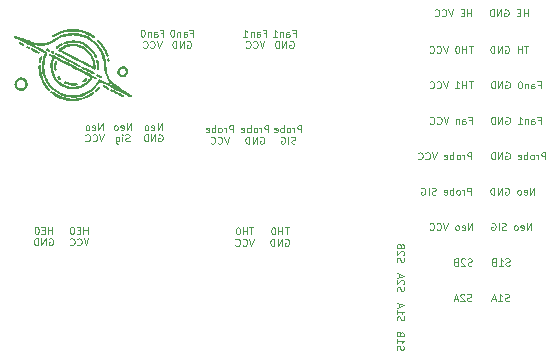
<source format=gbr>
%TF.GenerationSoftware,KiCad,Pcbnew,(6.0.6)*%
%TF.CreationDate,2022-07-16T02:41:13+02:00*%
%TF.ProjectId,toolhead_pcb,746f6f6c-6865-4616-945f-7063622e6b69,rev?*%
%TF.SameCoordinates,Original*%
%TF.FileFunction,Legend,Bot*%
%TF.FilePolarity,Positive*%
%FSLAX46Y46*%
G04 Gerber Fmt 4.6, Leading zero omitted, Abs format (unit mm)*
G04 Created by KiCad (PCBNEW (6.0.6)) date 2022-07-16 02:41:13*
%MOMM*%
%LPD*%
G01*
G04 APERTURE LIST*
%ADD10C,0.100000*%
G04 APERTURE END LIST*
D10*
X108214285Y-105442857D02*
X108128571Y-105471428D01*
X107985714Y-105471428D01*
X107928571Y-105442857D01*
X107900000Y-105414285D01*
X107871428Y-105357142D01*
X107871428Y-105300000D01*
X107900000Y-105242857D01*
X107928571Y-105214285D01*
X107985714Y-105185714D01*
X108100000Y-105157142D01*
X108157142Y-105128571D01*
X108185714Y-105100000D01*
X108214285Y-105042857D01*
X108214285Y-104985714D01*
X108185714Y-104928571D01*
X108157142Y-104900000D01*
X108100000Y-104871428D01*
X107957142Y-104871428D01*
X107871428Y-104900000D01*
X107642857Y-104928571D02*
X107614285Y-104900000D01*
X107557142Y-104871428D01*
X107414285Y-104871428D01*
X107357142Y-104900000D01*
X107328571Y-104928571D01*
X107300000Y-104985714D01*
X107300000Y-105042857D01*
X107328571Y-105128571D01*
X107671428Y-105471428D01*
X107300000Y-105471428D01*
X107071428Y-105300000D02*
X106785714Y-105300000D01*
X107128571Y-105471428D02*
X106928571Y-104871428D01*
X106728571Y-105471428D01*
X82000000Y-90988428D02*
X82000000Y-90388428D01*
X81657142Y-90988428D01*
X81657142Y-90388428D01*
X81142857Y-90959857D02*
X81200000Y-90988428D01*
X81314285Y-90988428D01*
X81371428Y-90959857D01*
X81400000Y-90902714D01*
X81400000Y-90674142D01*
X81371428Y-90617000D01*
X81314285Y-90588428D01*
X81200000Y-90588428D01*
X81142857Y-90617000D01*
X81114285Y-90674142D01*
X81114285Y-90731285D01*
X81400000Y-90788428D01*
X80771428Y-90988428D02*
X80828571Y-90959857D01*
X80857142Y-90931285D01*
X80885714Y-90874142D01*
X80885714Y-90702714D01*
X80857142Y-90645571D01*
X80828571Y-90617000D01*
X80771428Y-90588428D01*
X80685714Y-90588428D01*
X80628571Y-90617000D01*
X80600000Y-90645571D01*
X80571428Y-90702714D01*
X80571428Y-90874142D01*
X80600000Y-90931285D01*
X80628571Y-90959857D01*
X80685714Y-90988428D01*
X80771428Y-90988428D01*
X81757142Y-91383000D02*
X81814285Y-91354428D01*
X81900000Y-91354428D01*
X81985714Y-91383000D01*
X82042857Y-91440142D01*
X82071428Y-91497285D01*
X82100000Y-91611571D01*
X82100000Y-91697285D01*
X82071428Y-91811571D01*
X82042857Y-91868714D01*
X81985714Y-91925857D01*
X81900000Y-91954428D01*
X81842857Y-91954428D01*
X81757142Y-91925857D01*
X81728571Y-91897285D01*
X81728571Y-91697285D01*
X81842857Y-91697285D01*
X81471428Y-91954428D02*
X81471428Y-91354428D01*
X81128571Y-91954428D01*
X81128571Y-91354428D01*
X80842857Y-91954428D02*
X80842857Y-91354428D01*
X80700000Y-91354428D01*
X80614285Y-91383000D01*
X80557142Y-91440142D01*
X80528571Y-91497285D01*
X80500000Y-91611571D01*
X80500000Y-91697285D01*
X80528571Y-91811571D01*
X80557142Y-91868714D01*
X80614285Y-91925857D01*
X80700000Y-91954428D01*
X80842857Y-91954428D01*
X81942857Y-82774142D02*
X82142857Y-82774142D01*
X82142857Y-83088428D02*
X82142857Y-82488428D01*
X81857142Y-82488428D01*
X81371428Y-83088428D02*
X81371428Y-82774142D01*
X81400000Y-82717000D01*
X81457142Y-82688428D01*
X81571428Y-82688428D01*
X81628571Y-82717000D01*
X81371428Y-83059857D02*
X81428571Y-83088428D01*
X81571428Y-83088428D01*
X81628571Y-83059857D01*
X81657142Y-83002714D01*
X81657142Y-82945571D01*
X81628571Y-82888428D01*
X81571428Y-82859857D01*
X81428571Y-82859857D01*
X81371428Y-82831285D01*
X81085714Y-82688428D02*
X81085714Y-83088428D01*
X81085714Y-82745571D02*
X81057142Y-82717000D01*
X81000000Y-82688428D01*
X80914285Y-82688428D01*
X80857142Y-82717000D01*
X80828571Y-82774142D01*
X80828571Y-83088428D01*
X80428571Y-82488428D02*
X80371428Y-82488428D01*
X80314285Y-82517000D01*
X80285714Y-82545571D01*
X80257142Y-82602714D01*
X80228571Y-82717000D01*
X80228571Y-82859857D01*
X80257142Y-82974142D01*
X80285714Y-83031285D01*
X80314285Y-83059857D01*
X80371428Y-83088428D01*
X80428571Y-83088428D01*
X80485714Y-83059857D01*
X80514285Y-83031285D01*
X80542857Y-82974142D01*
X80571428Y-82859857D01*
X80571428Y-82717000D01*
X80542857Y-82602714D01*
X80514285Y-82545571D01*
X80485714Y-82517000D01*
X80428571Y-82488428D01*
X82000000Y-83454428D02*
X81800000Y-84054428D01*
X81600000Y-83454428D01*
X81057142Y-83997285D02*
X81085714Y-84025857D01*
X81171428Y-84054428D01*
X81228571Y-84054428D01*
X81314285Y-84025857D01*
X81371428Y-83968714D01*
X81400000Y-83911571D01*
X81428571Y-83797285D01*
X81428571Y-83711571D01*
X81400000Y-83597285D01*
X81371428Y-83540142D01*
X81314285Y-83483000D01*
X81228571Y-83454428D01*
X81171428Y-83454428D01*
X81085714Y-83483000D01*
X81057142Y-83511571D01*
X80457142Y-83997285D02*
X80485714Y-84025857D01*
X80571428Y-84054428D01*
X80628571Y-84054428D01*
X80714285Y-84025857D01*
X80771428Y-83968714D01*
X80800000Y-83911571D01*
X80828571Y-83797285D01*
X80828571Y-83711571D01*
X80800000Y-83597285D01*
X80771428Y-83540142D01*
X80714285Y-83483000D01*
X80628571Y-83454428D01*
X80571428Y-83454428D01*
X80485714Y-83483000D01*
X80457142Y-83511571D01*
X89771428Y-99238428D02*
X89428571Y-99238428D01*
X89600000Y-99838428D02*
X89600000Y-99238428D01*
X89228571Y-99838428D02*
X89228571Y-99238428D01*
X89228571Y-99524142D02*
X88885714Y-99524142D01*
X88885714Y-99838428D02*
X88885714Y-99238428D01*
X88485714Y-99238428D02*
X88428571Y-99238428D01*
X88371428Y-99267000D01*
X88342857Y-99295571D01*
X88314285Y-99352714D01*
X88285714Y-99467000D01*
X88285714Y-99609857D01*
X88314285Y-99724142D01*
X88342857Y-99781285D01*
X88371428Y-99809857D01*
X88428571Y-99838428D01*
X88485714Y-99838428D01*
X88542857Y-99809857D01*
X88571428Y-99781285D01*
X88600000Y-99724142D01*
X88628571Y-99609857D01*
X88628571Y-99467000D01*
X88600000Y-99352714D01*
X88571428Y-99295571D01*
X88542857Y-99267000D01*
X88485714Y-99238428D01*
X89800000Y-100204428D02*
X89600000Y-100804428D01*
X89400000Y-100204428D01*
X88857142Y-100747285D02*
X88885714Y-100775857D01*
X88971428Y-100804428D01*
X89028571Y-100804428D01*
X89114285Y-100775857D01*
X89171428Y-100718714D01*
X89200000Y-100661571D01*
X89228571Y-100547285D01*
X89228571Y-100461571D01*
X89200000Y-100347285D01*
X89171428Y-100290142D01*
X89114285Y-100233000D01*
X89028571Y-100204428D01*
X88971428Y-100204428D01*
X88885714Y-100233000D01*
X88857142Y-100261571D01*
X88257142Y-100747285D02*
X88285714Y-100775857D01*
X88371428Y-100804428D01*
X88428571Y-100804428D01*
X88514285Y-100775857D01*
X88571428Y-100718714D01*
X88600000Y-100661571D01*
X88628571Y-100547285D01*
X88628571Y-100461571D01*
X88600000Y-100347285D01*
X88571428Y-100290142D01*
X88514285Y-100233000D01*
X88428571Y-100204428D01*
X88371428Y-100204428D01*
X88285714Y-100233000D01*
X88257142Y-100261571D01*
X101932142Y-109607142D02*
X101903571Y-109521428D01*
X101903571Y-109378571D01*
X101932142Y-109321428D01*
X101960714Y-109292857D01*
X102017857Y-109264285D01*
X102075000Y-109264285D01*
X102132142Y-109292857D01*
X102160714Y-109321428D01*
X102189285Y-109378571D01*
X102217857Y-109492857D01*
X102246428Y-109550000D01*
X102275000Y-109578571D01*
X102332142Y-109607142D01*
X102389285Y-109607142D01*
X102446428Y-109578571D01*
X102475000Y-109550000D01*
X102503571Y-109492857D01*
X102503571Y-109350000D01*
X102475000Y-109264285D01*
X101903571Y-108692857D02*
X101903571Y-109035714D01*
X101903571Y-108864285D02*
X102503571Y-108864285D01*
X102417857Y-108921428D01*
X102360714Y-108978571D01*
X102332142Y-109035714D01*
X102217857Y-108235714D02*
X102189285Y-108150000D01*
X102160714Y-108121428D01*
X102103571Y-108092857D01*
X102017857Y-108092857D01*
X101960714Y-108121428D01*
X101932142Y-108150000D01*
X101903571Y-108207142D01*
X101903571Y-108435714D01*
X102503571Y-108435714D01*
X102503571Y-108235714D01*
X102475000Y-108178571D01*
X102446428Y-108150000D01*
X102389285Y-108121428D01*
X102332142Y-108121428D01*
X102275000Y-108150000D01*
X102246428Y-108178571D01*
X102217857Y-108235714D01*
X102217857Y-108435714D01*
X79400000Y-90988428D02*
X79400000Y-90388428D01*
X79057142Y-90988428D01*
X79057142Y-90388428D01*
X78542857Y-90959857D02*
X78600000Y-90988428D01*
X78714285Y-90988428D01*
X78771428Y-90959857D01*
X78800000Y-90902714D01*
X78800000Y-90674142D01*
X78771428Y-90617000D01*
X78714285Y-90588428D01*
X78600000Y-90588428D01*
X78542857Y-90617000D01*
X78514285Y-90674142D01*
X78514285Y-90731285D01*
X78800000Y-90788428D01*
X78171428Y-90988428D02*
X78228571Y-90959857D01*
X78257142Y-90931285D01*
X78285714Y-90874142D01*
X78285714Y-90702714D01*
X78257142Y-90645571D01*
X78228571Y-90617000D01*
X78171428Y-90588428D01*
X78085714Y-90588428D01*
X78028571Y-90617000D01*
X78000000Y-90645571D01*
X77971428Y-90702714D01*
X77971428Y-90874142D01*
X78000000Y-90931285D01*
X78028571Y-90959857D01*
X78085714Y-90988428D01*
X78171428Y-90988428D01*
X79285714Y-91925857D02*
X79200000Y-91954428D01*
X79057142Y-91954428D01*
X79000000Y-91925857D01*
X78971428Y-91897285D01*
X78942857Y-91840142D01*
X78942857Y-91783000D01*
X78971428Y-91725857D01*
X79000000Y-91697285D01*
X79057142Y-91668714D01*
X79171428Y-91640142D01*
X79228571Y-91611571D01*
X79257142Y-91583000D01*
X79285714Y-91525857D01*
X79285714Y-91468714D01*
X79257142Y-91411571D01*
X79228571Y-91383000D01*
X79171428Y-91354428D01*
X79028571Y-91354428D01*
X78942857Y-91383000D01*
X78685714Y-91954428D02*
X78685714Y-91554428D01*
X78685714Y-91354428D02*
X78714285Y-91383000D01*
X78685714Y-91411571D01*
X78657142Y-91383000D01*
X78685714Y-91354428D01*
X78685714Y-91411571D01*
X78142857Y-91554428D02*
X78142857Y-92040142D01*
X78171428Y-92097285D01*
X78200000Y-92125857D01*
X78257142Y-92154428D01*
X78342857Y-92154428D01*
X78400000Y-92125857D01*
X78142857Y-91925857D02*
X78200000Y-91954428D01*
X78314285Y-91954428D01*
X78371428Y-91925857D01*
X78400000Y-91897285D01*
X78428571Y-91840142D01*
X78428571Y-91668714D01*
X78400000Y-91611571D01*
X78371428Y-91583000D01*
X78314285Y-91554428D01*
X78200000Y-91554428D01*
X78142857Y-91583000D01*
X108228571Y-93471428D02*
X108228571Y-92871428D01*
X108000000Y-92871428D01*
X107942857Y-92900000D01*
X107914285Y-92928571D01*
X107885714Y-92985714D01*
X107885714Y-93071428D01*
X107914285Y-93128571D01*
X107942857Y-93157142D01*
X108000000Y-93185714D01*
X108228571Y-93185714D01*
X107628571Y-93471428D02*
X107628571Y-93071428D01*
X107628571Y-93185714D02*
X107600000Y-93128571D01*
X107571428Y-93100000D01*
X107514285Y-93071428D01*
X107457142Y-93071428D01*
X107171428Y-93471428D02*
X107228571Y-93442857D01*
X107257142Y-93414285D01*
X107285714Y-93357142D01*
X107285714Y-93185714D01*
X107257142Y-93128571D01*
X107228571Y-93100000D01*
X107171428Y-93071428D01*
X107085714Y-93071428D01*
X107028571Y-93100000D01*
X107000000Y-93128571D01*
X106971428Y-93185714D01*
X106971428Y-93357142D01*
X107000000Y-93414285D01*
X107028571Y-93442857D01*
X107085714Y-93471428D01*
X107171428Y-93471428D01*
X106714285Y-93471428D02*
X106714285Y-92871428D01*
X106714285Y-93100000D02*
X106657142Y-93071428D01*
X106542857Y-93071428D01*
X106485714Y-93100000D01*
X106457142Y-93128571D01*
X106428571Y-93185714D01*
X106428571Y-93357142D01*
X106457142Y-93414285D01*
X106485714Y-93442857D01*
X106542857Y-93471428D01*
X106657142Y-93471428D01*
X106714285Y-93442857D01*
X105942857Y-93442857D02*
X106000000Y-93471428D01*
X106114285Y-93471428D01*
X106171428Y-93442857D01*
X106200000Y-93385714D01*
X106200000Y-93157142D01*
X106171428Y-93100000D01*
X106114285Y-93071428D01*
X106000000Y-93071428D01*
X105942857Y-93100000D01*
X105914285Y-93157142D01*
X105914285Y-93214285D01*
X106200000Y-93271428D01*
X105285714Y-92871428D02*
X105085714Y-93471428D01*
X104885714Y-92871428D01*
X104342857Y-93414285D02*
X104371428Y-93442857D01*
X104457142Y-93471428D01*
X104514285Y-93471428D01*
X104600000Y-93442857D01*
X104657142Y-93385714D01*
X104685714Y-93328571D01*
X104714285Y-93214285D01*
X104714285Y-93128571D01*
X104685714Y-93014285D01*
X104657142Y-92957142D01*
X104600000Y-92900000D01*
X104514285Y-92871428D01*
X104457142Y-92871428D01*
X104371428Y-92900000D01*
X104342857Y-92928571D01*
X103742857Y-93414285D02*
X103771428Y-93442857D01*
X103857142Y-93471428D01*
X103914285Y-93471428D01*
X104000000Y-93442857D01*
X104057142Y-93385714D01*
X104085714Y-93328571D01*
X104114285Y-93214285D01*
X104114285Y-93128571D01*
X104085714Y-93014285D01*
X104057142Y-92957142D01*
X104000000Y-92900000D01*
X103914285Y-92871428D01*
X103857142Y-92871428D01*
X103771428Y-92900000D01*
X103742857Y-92928571D01*
X113028571Y-83871428D02*
X112685714Y-83871428D01*
X112857142Y-84471428D02*
X112857142Y-83871428D01*
X112485714Y-84471428D02*
X112485714Y-83871428D01*
X112485714Y-84157142D02*
X112142857Y-84157142D01*
X112142857Y-84471428D02*
X112142857Y-83871428D01*
X111085714Y-83900000D02*
X111142857Y-83871428D01*
X111228571Y-83871428D01*
X111314285Y-83900000D01*
X111371428Y-83957142D01*
X111400000Y-84014285D01*
X111428571Y-84128571D01*
X111428571Y-84214285D01*
X111400000Y-84328571D01*
X111371428Y-84385714D01*
X111314285Y-84442857D01*
X111228571Y-84471428D01*
X111171428Y-84471428D01*
X111085714Y-84442857D01*
X111057142Y-84414285D01*
X111057142Y-84214285D01*
X111171428Y-84214285D01*
X110800000Y-84471428D02*
X110800000Y-83871428D01*
X110457142Y-84471428D01*
X110457142Y-83871428D01*
X110171428Y-84471428D02*
X110171428Y-83871428D01*
X110028571Y-83871428D01*
X109942857Y-83900000D01*
X109885714Y-83957142D01*
X109857142Y-84014285D01*
X109828571Y-84128571D01*
X109828571Y-84214285D01*
X109857142Y-84328571D01*
X109885714Y-84385714D01*
X109942857Y-84442857D01*
X110028571Y-84471428D01*
X110171428Y-84471428D01*
X108200000Y-96471428D02*
X108200000Y-95871428D01*
X107971428Y-95871428D01*
X107914285Y-95900000D01*
X107885714Y-95928571D01*
X107857142Y-95985714D01*
X107857142Y-96071428D01*
X107885714Y-96128571D01*
X107914285Y-96157142D01*
X107971428Y-96185714D01*
X108200000Y-96185714D01*
X107600000Y-96471428D02*
X107600000Y-96071428D01*
X107600000Y-96185714D02*
X107571428Y-96128571D01*
X107542857Y-96100000D01*
X107485714Y-96071428D01*
X107428571Y-96071428D01*
X107142857Y-96471428D02*
X107200000Y-96442857D01*
X107228571Y-96414285D01*
X107257142Y-96357142D01*
X107257142Y-96185714D01*
X107228571Y-96128571D01*
X107200000Y-96100000D01*
X107142857Y-96071428D01*
X107057142Y-96071428D01*
X107000000Y-96100000D01*
X106971428Y-96128571D01*
X106942857Y-96185714D01*
X106942857Y-96357142D01*
X106971428Y-96414285D01*
X107000000Y-96442857D01*
X107057142Y-96471428D01*
X107142857Y-96471428D01*
X106685714Y-96471428D02*
X106685714Y-95871428D01*
X106685714Y-96100000D02*
X106628571Y-96071428D01*
X106514285Y-96071428D01*
X106457142Y-96100000D01*
X106428571Y-96128571D01*
X106400000Y-96185714D01*
X106400000Y-96357142D01*
X106428571Y-96414285D01*
X106457142Y-96442857D01*
X106514285Y-96471428D01*
X106628571Y-96471428D01*
X106685714Y-96442857D01*
X105914285Y-96442857D02*
X105971428Y-96471428D01*
X106085714Y-96471428D01*
X106142857Y-96442857D01*
X106171428Y-96385714D01*
X106171428Y-96157142D01*
X106142857Y-96100000D01*
X106085714Y-96071428D01*
X105971428Y-96071428D01*
X105914285Y-96100000D01*
X105885714Y-96157142D01*
X105885714Y-96214285D01*
X106171428Y-96271428D01*
X105200000Y-96442857D02*
X105114285Y-96471428D01*
X104971428Y-96471428D01*
X104914285Y-96442857D01*
X104885714Y-96414285D01*
X104857142Y-96357142D01*
X104857142Y-96300000D01*
X104885714Y-96242857D01*
X104914285Y-96214285D01*
X104971428Y-96185714D01*
X105085714Y-96157142D01*
X105142857Y-96128571D01*
X105171428Y-96100000D01*
X105200000Y-96042857D01*
X105200000Y-95985714D01*
X105171428Y-95928571D01*
X105142857Y-95900000D01*
X105085714Y-95871428D01*
X104942857Y-95871428D01*
X104857142Y-95900000D01*
X104600000Y-96471428D02*
X104600000Y-95871428D01*
X104000000Y-95900000D02*
X104057142Y-95871428D01*
X104142857Y-95871428D01*
X104228571Y-95900000D01*
X104285714Y-95957142D01*
X104314285Y-96014285D01*
X104342857Y-96128571D01*
X104342857Y-96214285D01*
X104314285Y-96328571D01*
X104285714Y-96385714D01*
X104228571Y-96442857D01*
X104142857Y-96471428D01*
X104085714Y-96471428D01*
X104000000Y-96442857D01*
X103971428Y-96414285D01*
X103971428Y-96214285D01*
X104085714Y-96214285D01*
X101957142Y-107114285D02*
X101928571Y-107028571D01*
X101928571Y-106885714D01*
X101957142Y-106828571D01*
X101985714Y-106800000D01*
X102042857Y-106771428D01*
X102100000Y-106771428D01*
X102157142Y-106800000D01*
X102185714Y-106828571D01*
X102214285Y-106885714D01*
X102242857Y-107000000D01*
X102271428Y-107057142D01*
X102300000Y-107085714D01*
X102357142Y-107114285D01*
X102414285Y-107114285D01*
X102471428Y-107085714D01*
X102500000Y-107057142D01*
X102528571Y-107000000D01*
X102528571Y-106857142D01*
X102500000Y-106771428D01*
X101928571Y-106200000D02*
X101928571Y-106542857D01*
X101928571Y-106371428D02*
X102528571Y-106371428D01*
X102442857Y-106428571D01*
X102385714Y-106485714D01*
X102357142Y-106542857D01*
X102100000Y-105971428D02*
X102100000Y-105685714D01*
X101928571Y-106028571D02*
X102528571Y-105828571D01*
X101928571Y-105628571D01*
X111457142Y-102442857D02*
X111371428Y-102471428D01*
X111228571Y-102471428D01*
X111171428Y-102442857D01*
X111142857Y-102414285D01*
X111114285Y-102357142D01*
X111114285Y-102300000D01*
X111142857Y-102242857D01*
X111171428Y-102214285D01*
X111228571Y-102185714D01*
X111342857Y-102157142D01*
X111400000Y-102128571D01*
X111428571Y-102100000D01*
X111457142Y-102042857D01*
X111457142Y-101985714D01*
X111428571Y-101928571D01*
X111400000Y-101900000D01*
X111342857Y-101871428D01*
X111200000Y-101871428D01*
X111114285Y-101900000D01*
X110542857Y-102471428D02*
X110885714Y-102471428D01*
X110714285Y-102471428D02*
X110714285Y-101871428D01*
X110771428Y-101957142D01*
X110828571Y-102014285D01*
X110885714Y-102042857D01*
X110085714Y-102157142D02*
X110000000Y-102185714D01*
X109971428Y-102214285D01*
X109942857Y-102271428D01*
X109942857Y-102357142D01*
X109971428Y-102414285D01*
X110000000Y-102442857D01*
X110057142Y-102471428D01*
X110285714Y-102471428D01*
X110285714Y-101871428D01*
X110085714Y-101871428D01*
X110028571Y-101900000D01*
X110000000Y-101928571D01*
X109971428Y-101985714D01*
X109971428Y-102042857D01*
X110000000Y-102100000D01*
X110028571Y-102128571D01*
X110085714Y-102157142D01*
X110285714Y-102157142D01*
X114485714Y-93471428D02*
X114485714Y-92871428D01*
X114257142Y-92871428D01*
X114200000Y-92900000D01*
X114171428Y-92928571D01*
X114142857Y-92985714D01*
X114142857Y-93071428D01*
X114171428Y-93128571D01*
X114200000Y-93157142D01*
X114257142Y-93185714D01*
X114485714Y-93185714D01*
X113885714Y-93471428D02*
X113885714Y-93071428D01*
X113885714Y-93185714D02*
X113857142Y-93128571D01*
X113828571Y-93100000D01*
X113771428Y-93071428D01*
X113714285Y-93071428D01*
X113428571Y-93471428D02*
X113485714Y-93442857D01*
X113514285Y-93414285D01*
X113542857Y-93357142D01*
X113542857Y-93185714D01*
X113514285Y-93128571D01*
X113485714Y-93100000D01*
X113428571Y-93071428D01*
X113342857Y-93071428D01*
X113285714Y-93100000D01*
X113257142Y-93128571D01*
X113228571Y-93185714D01*
X113228571Y-93357142D01*
X113257142Y-93414285D01*
X113285714Y-93442857D01*
X113342857Y-93471428D01*
X113428571Y-93471428D01*
X112971428Y-93471428D02*
X112971428Y-92871428D01*
X112971428Y-93100000D02*
X112914285Y-93071428D01*
X112800000Y-93071428D01*
X112742857Y-93100000D01*
X112714285Y-93128571D01*
X112685714Y-93185714D01*
X112685714Y-93357142D01*
X112714285Y-93414285D01*
X112742857Y-93442857D01*
X112800000Y-93471428D01*
X112914285Y-93471428D01*
X112971428Y-93442857D01*
X112200000Y-93442857D02*
X112257142Y-93471428D01*
X112371428Y-93471428D01*
X112428571Y-93442857D01*
X112457142Y-93385714D01*
X112457142Y-93157142D01*
X112428571Y-93100000D01*
X112371428Y-93071428D01*
X112257142Y-93071428D01*
X112200000Y-93100000D01*
X112171428Y-93157142D01*
X112171428Y-93214285D01*
X112457142Y-93271428D01*
X111142857Y-92900000D02*
X111200000Y-92871428D01*
X111285714Y-92871428D01*
X111371428Y-92900000D01*
X111428571Y-92957142D01*
X111457142Y-93014285D01*
X111485714Y-93128571D01*
X111485714Y-93214285D01*
X111457142Y-93328571D01*
X111428571Y-93385714D01*
X111371428Y-93442857D01*
X111285714Y-93471428D01*
X111228571Y-93471428D01*
X111142857Y-93442857D01*
X111114285Y-93414285D01*
X111114285Y-93214285D01*
X111228571Y-93214285D01*
X110857142Y-93471428D02*
X110857142Y-92871428D01*
X110514285Y-93471428D01*
X110514285Y-92871428D01*
X110228571Y-93471428D02*
X110228571Y-92871428D01*
X110085714Y-92871428D01*
X110000000Y-92900000D01*
X109942857Y-92957142D01*
X109914285Y-93014285D01*
X109885714Y-93128571D01*
X109885714Y-93214285D01*
X109914285Y-93328571D01*
X109942857Y-93385714D01*
X110000000Y-93442857D01*
X110085714Y-93471428D01*
X110228571Y-93471428D01*
X91042857Y-91188428D02*
X91042857Y-90588428D01*
X90814285Y-90588428D01*
X90757142Y-90617000D01*
X90728571Y-90645571D01*
X90700000Y-90702714D01*
X90700000Y-90788428D01*
X90728571Y-90845571D01*
X90757142Y-90874142D01*
X90814285Y-90902714D01*
X91042857Y-90902714D01*
X90442857Y-91188428D02*
X90442857Y-90788428D01*
X90442857Y-90902714D02*
X90414285Y-90845571D01*
X90385714Y-90817000D01*
X90328571Y-90788428D01*
X90271428Y-90788428D01*
X89985714Y-91188428D02*
X90042857Y-91159857D01*
X90071428Y-91131285D01*
X90100000Y-91074142D01*
X90100000Y-90902714D01*
X90071428Y-90845571D01*
X90042857Y-90817000D01*
X89985714Y-90788428D01*
X89900000Y-90788428D01*
X89842857Y-90817000D01*
X89814285Y-90845571D01*
X89785714Y-90902714D01*
X89785714Y-91074142D01*
X89814285Y-91131285D01*
X89842857Y-91159857D01*
X89900000Y-91188428D01*
X89985714Y-91188428D01*
X89528571Y-91188428D02*
X89528571Y-90588428D01*
X89528571Y-90817000D02*
X89471428Y-90788428D01*
X89357142Y-90788428D01*
X89300000Y-90817000D01*
X89271428Y-90845571D01*
X89242857Y-90902714D01*
X89242857Y-91074142D01*
X89271428Y-91131285D01*
X89300000Y-91159857D01*
X89357142Y-91188428D01*
X89471428Y-91188428D01*
X89528571Y-91159857D01*
X88757142Y-91159857D02*
X88814285Y-91188428D01*
X88928571Y-91188428D01*
X88985714Y-91159857D01*
X89014285Y-91102714D01*
X89014285Y-90874142D01*
X88985714Y-90817000D01*
X88928571Y-90788428D01*
X88814285Y-90788428D01*
X88757142Y-90817000D01*
X88728571Y-90874142D01*
X88728571Y-90931285D01*
X89014285Y-90988428D01*
X90357142Y-91583000D02*
X90414285Y-91554428D01*
X90500000Y-91554428D01*
X90585714Y-91583000D01*
X90642857Y-91640142D01*
X90671428Y-91697285D01*
X90700000Y-91811571D01*
X90700000Y-91897285D01*
X90671428Y-92011571D01*
X90642857Y-92068714D01*
X90585714Y-92125857D01*
X90500000Y-92154428D01*
X90442857Y-92154428D01*
X90357142Y-92125857D01*
X90328571Y-92097285D01*
X90328571Y-91897285D01*
X90442857Y-91897285D01*
X90071428Y-92154428D02*
X90071428Y-91554428D01*
X89728571Y-92154428D01*
X89728571Y-91554428D01*
X89442857Y-92154428D02*
X89442857Y-91554428D01*
X89300000Y-91554428D01*
X89214285Y-91583000D01*
X89157142Y-91640142D01*
X89128571Y-91697285D01*
X89100000Y-91811571D01*
X89100000Y-91897285D01*
X89128571Y-92011571D01*
X89157142Y-92068714D01*
X89214285Y-92125857D01*
X89300000Y-92154428D01*
X89442857Y-92154428D01*
X108357142Y-83871428D02*
X108014285Y-83871428D01*
X108185714Y-84471428D02*
X108185714Y-83871428D01*
X107814285Y-84471428D02*
X107814285Y-83871428D01*
X107814285Y-84157142D02*
X107471428Y-84157142D01*
X107471428Y-84471428D02*
X107471428Y-83871428D01*
X107071428Y-83871428D02*
X107014285Y-83871428D01*
X106957142Y-83900000D01*
X106928571Y-83928571D01*
X106900000Y-83985714D01*
X106871428Y-84100000D01*
X106871428Y-84242857D01*
X106900000Y-84357142D01*
X106928571Y-84414285D01*
X106957142Y-84442857D01*
X107014285Y-84471428D01*
X107071428Y-84471428D01*
X107128571Y-84442857D01*
X107157142Y-84414285D01*
X107185714Y-84357142D01*
X107214285Y-84242857D01*
X107214285Y-84100000D01*
X107185714Y-83985714D01*
X107157142Y-83928571D01*
X107128571Y-83900000D01*
X107071428Y-83871428D01*
X106242857Y-83871428D02*
X106042857Y-84471428D01*
X105842857Y-83871428D01*
X105300000Y-84414285D02*
X105328571Y-84442857D01*
X105414285Y-84471428D01*
X105471428Y-84471428D01*
X105557142Y-84442857D01*
X105614285Y-84385714D01*
X105642857Y-84328571D01*
X105671428Y-84214285D01*
X105671428Y-84128571D01*
X105642857Y-84014285D01*
X105614285Y-83957142D01*
X105557142Y-83900000D01*
X105471428Y-83871428D01*
X105414285Y-83871428D01*
X105328571Y-83900000D01*
X105300000Y-83928571D01*
X104700000Y-84414285D02*
X104728571Y-84442857D01*
X104814285Y-84471428D01*
X104871428Y-84471428D01*
X104957142Y-84442857D01*
X105014285Y-84385714D01*
X105042857Y-84328571D01*
X105071428Y-84214285D01*
X105071428Y-84128571D01*
X105042857Y-84014285D01*
X105014285Y-83957142D01*
X104957142Y-83900000D01*
X104871428Y-83871428D01*
X104814285Y-83871428D01*
X104728571Y-83900000D01*
X104700000Y-83928571D01*
X92771428Y-99238428D02*
X92428571Y-99238428D01*
X92600000Y-99838428D02*
X92600000Y-99238428D01*
X92228571Y-99838428D02*
X92228571Y-99238428D01*
X92228571Y-99524142D02*
X91885714Y-99524142D01*
X91885714Y-99838428D02*
X91885714Y-99238428D01*
X91485714Y-99238428D02*
X91428571Y-99238428D01*
X91371428Y-99267000D01*
X91342857Y-99295571D01*
X91314285Y-99352714D01*
X91285714Y-99467000D01*
X91285714Y-99609857D01*
X91314285Y-99724142D01*
X91342857Y-99781285D01*
X91371428Y-99809857D01*
X91428571Y-99838428D01*
X91485714Y-99838428D01*
X91542857Y-99809857D01*
X91571428Y-99781285D01*
X91600000Y-99724142D01*
X91628571Y-99609857D01*
X91628571Y-99467000D01*
X91600000Y-99352714D01*
X91571428Y-99295571D01*
X91542857Y-99267000D01*
X91485714Y-99238428D01*
X92457142Y-100233000D02*
X92514285Y-100204428D01*
X92600000Y-100204428D01*
X92685714Y-100233000D01*
X92742857Y-100290142D01*
X92771428Y-100347285D01*
X92800000Y-100461571D01*
X92800000Y-100547285D01*
X92771428Y-100661571D01*
X92742857Y-100718714D01*
X92685714Y-100775857D01*
X92600000Y-100804428D01*
X92542857Y-100804428D01*
X92457142Y-100775857D01*
X92428571Y-100747285D01*
X92428571Y-100547285D01*
X92542857Y-100547285D01*
X92171428Y-100804428D02*
X92171428Y-100204428D01*
X91828571Y-100804428D01*
X91828571Y-100204428D01*
X91542857Y-100804428D02*
X91542857Y-100204428D01*
X91400000Y-100204428D01*
X91314285Y-100233000D01*
X91257142Y-100290142D01*
X91228571Y-100347285D01*
X91200000Y-100461571D01*
X91200000Y-100547285D01*
X91228571Y-100661571D01*
X91257142Y-100718714D01*
X91314285Y-100775857D01*
X91400000Y-100804428D01*
X91542857Y-100804428D01*
X113257142Y-99471428D02*
X113257142Y-98871428D01*
X112914285Y-99471428D01*
X112914285Y-98871428D01*
X112400000Y-99442857D02*
X112457142Y-99471428D01*
X112571428Y-99471428D01*
X112628571Y-99442857D01*
X112657142Y-99385714D01*
X112657142Y-99157142D01*
X112628571Y-99100000D01*
X112571428Y-99071428D01*
X112457142Y-99071428D01*
X112400000Y-99100000D01*
X112371428Y-99157142D01*
X112371428Y-99214285D01*
X112657142Y-99271428D01*
X112028571Y-99471428D02*
X112085714Y-99442857D01*
X112114285Y-99414285D01*
X112142857Y-99357142D01*
X112142857Y-99185714D01*
X112114285Y-99128571D01*
X112085714Y-99100000D01*
X112028571Y-99071428D01*
X111942857Y-99071428D01*
X111885714Y-99100000D01*
X111857142Y-99128571D01*
X111828571Y-99185714D01*
X111828571Y-99357142D01*
X111857142Y-99414285D01*
X111885714Y-99442857D01*
X111942857Y-99471428D01*
X112028571Y-99471428D01*
X111142857Y-99442857D02*
X111057142Y-99471428D01*
X110914285Y-99471428D01*
X110857142Y-99442857D01*
X110828571Y-99414285D01*
X110800000Y-99357142D01*
X110800000Y-99300000D01*
X110828571Y-99242857D01*
X110857142Y-99214285D01*
X110914285Y-99185714D01*
X111028571Y-99157142D01*
X111085714Y-99128571D01*
X111114285Y-99100000D01*
X111142857Y-99042857D01*
X111142857Y-98985714D01*
X111114285Y-98928571D01*
X111085714Y-98900000D01*
X111028571Y-98871428D01*
X110885714Y-98871428D01*
X110800000Y-98900000D01*
X110542857Y-99471428D02*
X110542857Y-98871428D01*
X109942857Y-98900000D02*
X110000000Y-98871428D01*
X110085714Y-98871428D01*
X110171428Y-98900000D01*
X110228571Y-98957142D01*
X110257142Y-99014285D01*
X110285714Y-99128571D01*
X110285714Y-99214285D01*
X110257142Y-99328571D01*
X110228571Y-99385714D01*
X110171428Y-99442857D01*
X110085714Y-99471428D01*
X110028571Y-99471428D01*
X109942857Y-99442857D01*
X109914285Y-99414285D01*
X109914285Y-99214285D01*
X110028571Y-99214285D01*
X108285714Y-99471428D02*
X108285714Y-98871428D01*
X107942857Y-99471428D01*
X107942857Y-98871428D01*
X107428571Y-99442857D02*
X107485714Y-99471428D01*
X107600000Y-99471428D01*
X107657142Y-99442857D01*
X107685714Y-99385714D01*
X107685714Y-99157142D01*
X107657142Y-99100000D01*
X107600000Y-99071428D01*
X107485714Y-99071428D01*
X107428571Y-99100000D01*
X107400000Y-99157142D01*
X107400000Y-99214285D01*
X107685714Y-99271428D01*
X107057142Y-99471428D02*
X107114285Y-99442857D01*
X107142857Y-99414285D01*
X107171428Y-99357142D01*
X107171428Y-99185714D01*
X107142857Y-99128571D01*
X107114285Y-99100000D01*
X107057142Y-99071428D01*
X106971428Y-99071428D01*
X106914285Y-99100000D01*
X106885714Y-99128571D01*
X106857142Y-99185714D01*
X106857142Y-99357142D01*
X106885714Y-99414285D01*
X106914285Y-99442857D01*
X106971428Y-99471428D01*
X107057142Y-99471428D01*
X106228571Y-98871428D02*
X106028571Y-99471428D01*
X105828571Y-98871428D01*
X105285714Y-99414285D02*
X105314285Y-99442857D01*
X105400000Y-99471428D01*
X105457142Y-99471428D01*
X105542857Y-99442857D01*
X105600000Y-99385714D01*
X105628571Y-99328571D01*
X105657142Y-99214285D01*
X105657142Y-99128571D01*
X105628571Y-99014285D01*
X105600000Y-98957142D01*
X105542857Y-98900000D01*
X105457142Y-98871428D01*
X105400000Y-98871428D01*
X105314285Y-98900000D01*
X105285714Y-98928571D01*
X104685714Y-99414285D02*
X104714285Y-99442857D01*
X104800000Y-99471428D01*
X104857142Y-99471428D01*
X104942857Y-99442857D01*
X105000000Y-99385714D01*
X105028571Y-99328571D01*
X105057142Y-99214285D01*
X105057142Y-99128571D01*
X105028571Y-99014285D01*
X105000000Y-98957142D01*
X104942857Y-98900000D01*
X104857142Y-98871428D01*
X104800000Y-98871428D01*
X104714285Y-98900000D01*
X104685714Y-98928571D01*
X108228571Y-81371428D02*
X108228571Y-80771428D01*
X108228571Y-81057142D02*
X107885714Y-81057142D01*
X107885714Y-81371428D02*
X107885714Y-80771428D01*
X107600000Y-81057142D02*
X107400000Y-81057142D01*
X107314285Y-81371428D02*
X107600000Y-81371428D01*
X107600000Y-80771428D01*
X107314285Y-80771428D01*
X106685714Y-80771428D02*
X106485714Y-81371428D01*
X106285714Y-80771428D01*
X105742857Y-81314285D02*
X105771428Y-81342857D01*
X105857142Y-81371428D01*
X105914285Y-81371428D01*
X106000000Y-81342857D01*
X106057142Y-81285714D01*
X106085714Y-81228571D01*
X106114285Y-81114285D01*
X106114285Y-81028571D01*
X106085714Y-80914285D01*
X106057142Y-80857142D01*
X106000000Y-80800000D01*
X105914285Y-80771428D01*
X105857142Y-80771428D01*
X105771428Y-80800000D01*
X105742857Y-80828571D01*
X105142857Y-81314285D02*
X105171428Y-81342857D01*
X105257142Y-81371428D01*
X105314285Y-81371428D01*
X105400000Y-81342857D01*
X105457142Y-81285714D01*
X105485714Y-81228571D01*
X105514285Y-81114285D01*
X105514285Y-81028571D01*
X105485714Y-80914285D01*
X105457142Y-80857142D01*
X105400000Y-80800000D01*
X105314285Y-80771428D01*
X105257142Y-80771428D01*
X105171428Y-80800000D01*
X105142857Y-80828571D01*
X84442857Y-82774142D02*
X84642857Y-82774142D01*
X84642857Y-83088428D02*
X84642857Y-82488428D01*
X84357142Y-82488428D01*
X83871428Y-83088428D02*
X83871428Y-82774142D01*
X83900000Y-82717000D01*
X83957142Y-82688428D01*
X84071428Y-82688428D01*
X84128571Y-82717000D01*
X83871428Y-83059857D02*
X83928571Y-83088428D01*
X84071428Y-83088428D01*
X84128571Y-83059857D01*
X84157142Y-83002714D01*
X84157142Y-82945571D01*
X84128571Y-82888428D01*
X84071428Y-82859857D01*
X83928571Y-82859857D01*
X83871428Y-82831285D01*
X83585714Y-82688428D02*
X83585714Y-83088428D01*
X83585714Y-82745571D02*
X83557142Y-82717000D01*
X83500000Y-82688428D01*
X83414285Y-82688428D01*
X83357142Y-82717000D01*
X83328571Y-82774142D01*
X83328571Y-83088428D01*
X82928571Y-82488428D02*
X82871428Y-82488428D01*
X82814285Y-82517000D01*
X82785714Y-82545571D01*
X82757142Y-82602714D01*
X82728571Y-82717000D01*
X82728571Y-82859857D01*
X82757142Y-82974142D01*
X82785714Y-83031285D01*
X82814285Y-83059857D01*
X82871428Y-83088428D01*
X82928571Y-83088428D01*
X82985714Y-83059857D01*
X83014285Y-83031285D01*
X83042857Y-82974142D01*
X83071428Y-82859857D01*
X83071428Y-82717000D01*
X83042857Y-82602714D01*
X83014285Y-82545571D01*
X82985714Y-82517000D01*
X82928571Y-82488428D01*
X84157142Y-83483000D02*
X84214285Y-83454428D01*
X84300000Y-83454428D01*
X84385714Y-83483000D01*
X84442857Y-83540142D01*
X84471428Y-83597285D01*
X84500000Y-83711571D01*
X84500000Y-83797285D01*
X84471428Y-83911571D01*
X84442857Y-83968714D01*
X84385714Y-84025857D01*
X84300000Y-84054428D01*
X84242857Y-84054428D01*
X84157142Y-84025857D01*
X84128571Y-83997285D01*
X84128571Y-83797285D01*
X84242857Y-83797285D01*
X83871428Y-84054428D02*
X83871428Y-83454428D01*
X83528571Y-84054428D01*
X83528571Y-83454428D01*
X83242857Y-84054428D02*
X83242857Y-83454428D01*
X83100000Y-83454428D01*
X83014285Y-83483000D01*
X82957142Y-83540142D01*
X82928571Y-83597285D01*
X82900000Y-83711571D01*
X82900000Y-83797285D01*
X82928571Y-83911571D01*
X82957142Y-83968714D01*
X83014285Y-84025857D01*
X83100000Y-84054428D01*
X83242857Y-84054428D01*
X101957142Y-102157142D02*
X101928571Y-102071428D01*
X101928571Y-101928571D01*
X101957142Y-101871428D01*
X101985714Y-101842857D01*
X102042857Y-101814285D01*
X102100000Y-101814285D01*
X102157142Y-101842857D01*
X102185714Y-101871428D01*
X102214285Y-101928571D01*
X102242857Y-102042857D01*
X102271428Y-102100000D01*
X102300000Y-102128571D01*
X102357142Y-102157142D01*
X102414285Y-102157142D01*
X102471428Y-102128571D01*
X102500000Y-102100000D01*
X102528571Y-102042857D01*
X102528571Y-101900000D01*
X102500000Y-101814285D01*
X102471428Y-101585714D02*
X102500000Y-101557142D01*
X102528571Y-101500000D01*
X102528571Y-101357142D01*
X102500000Y-101300000D01*
X102471428Y-101271428D01*
X102414285Y-101242857D01*
X102357142Y-101242857D01*
X102271428Y-101271428D01*
X101928571Y-101614285D01*
X101928571Y-101242857D01*
X102242857Y-100785714D02*
X102214285Y-100700000D01*
X102185714Y-100671428D01*
X102128571Y-100642857D01*
X102042857Y-100642857D01*
X101985714Y-100671428D01*
X101957142Y-100700000D01*
X101928571Y-100757142D01*
X101928571Y-100985714D01*
X102528571Y-100985714D01*
X102528571Y-100785714D01*
X102500000Y-100728571D01*
X102471428Y-100700000D01*
X102414285Y-100671428D01*
X102357142Y-100671428D01*
X102300000Y-100700000D01*
X102271428Y-100728571D01*
X102242857Y-100785714D01*
X102242857Y-100985714D01*
X113885714Y-87157142D02*
X114085714Y-87157142D01*
X114085714Y-87471428D02*
X114085714Y-86871428D01*
X113800000Y-86871428D01*
X113314285Y-87471428D02*
X113314285Y-87157142D01*
X113342857Y-87100000D01*
X113400000Y-87071428D01*
X113514285Y-87071428D01*
X113571428Y-87100000D01*
X113314285Y-87442857D02*
X113371428Y-87471428D01*
X113514285Y-87471428D01*
X113571428Y-87442857D01*
X113600000Y-87385714D01*
X113600000Y-87328571D01*
X113571428Y-87271428D01*
X113514285Y-87242857D01*
X113371428Y-87242857D01*
X113314285Y-87214285D01*
X113028571Y-87071428D02*
X113028571Y-87471428D01*
X113028571Y-87128571D02*
X113000000Y-87100000D01*
X112942857Y-87071428D01*
X112857142Y-87071428D01*
X112800000Y-87100000D01*
X112771428Y-87157142D01*
X112771428Y-87471428D01*
X112371428Y-86871428D02*
X112314285Y-86871428D01*
X112257142Y-86900000D01*
X112228571Y-86928571D01*
X112200000Y-86985714D01*
X112171428Y-87100000D01*
X112171428Y-87242857D01*
X112200000Y-87357142D01*
X112228571Y-87414285D01*
X112257142Y-87442857D01*
X112314285Y-87471428D01*
X112371428Y-87471428D01*
X112428571Y-87442857D01*
X112457142Y-87414285D01*
X112485714Y-87357142D01*
X112514285Y-87242857D01*
X112514285Y-87100000D01*
X112485714Y-86985714D01*
X112457142Y-86928571D01*
X112428571Y-86900000D01*
X112371428Y-86871428D01*
X111142857Y-86900000D02*
X111200000Y-86871428D01*
X111285714Y-86871428D01*
X111371428Y-86900000D01*
X111428571Y-86957142D01*
X111457142Y-87014285D01*
X111485714Y-87128571D01*
X111485714Y-87214285D01*
X111457142Y-87328571D01*
X111428571Y-87385714D01*
X111371428Y-87442857D01*
X111285714Y-87471428D01*
X111228571Y-87471428D01*
X111142857Y-87442857D01*
X111114285Y-87414285D01*
X111114285Y-87214285D01*
X111228571Y-87214285D01*
X110857142Y-87471428D02*
X110857142Y-86871428D01*
X110514285Y-87471428D01*
X110514285Y-86871428D01*
X110228571Y-87471428D02*
X110228571Y-86871428D01*
X110085714Y-86871428D01*
X110000000Y-86900000D01*
X109942857Y-86957142D01*
X109914285Y-87014285D01*
X109885714Y-87128571D01*
X109885714Y-87214285D01*
X109914285Y-87328571D01*
X109942857Y-87385714D01*
X110000000Y-87442857D01*
X110085714Y-87471428D01*
X110228571Y-87471428D01*
X75728571Y-99788428D02*
X75728571Y-99188428D01*
X75728571Y-99474142D02*
X75385714Y-99474142D01*
X75385714Y-99788428D02*
X75385714Y-99188428D01*
X75100000Y-99474142D02*
X74900000Y-99474142D01*
X74814285Y-99788428D02*
X75100000Y-99788428D01*
X75100000Y-99188428D01*
X74814285Y-99188428D01*
X74442857Y-99188428D02*
X74385714Y-99188428D01*
X74328571Y-99217000D01*
X74300000Y-99245571D01*
X74271428Y-99302714D01*
X74242857Y-99417000D01*
X74242857Y-99559857D01*
X74271428Y-99674142D01*
X74300000Y-99731285D01*
X74328571Y-99759857D01*
X74385714Y-99788428D01*
X74442857Y-99788428D01*
X74500000Y-99759857D01*
X74528571Y-99731285D01*
X74557142Y-99674142D01*
X74585714Y-99559857D01*
X74585714Y-99417000D01*
X74557142Y-99302714D01*
X74528571Y-99245571D01*
X74500000Y-99217000D01*
X74442857Y-99188428D01*
X75800000Y-100154428D02*
X75600000Y-100754428D01*
X75400000Y-100154428D01*
X74857142Y-100697285D02*
X74885714Y-100725857D01*
X74971428Y-100754428D01*
X75028571Y-100754428D01*
X75114285Y-100725857D01*
X75171428Y-100668714D01*
X75200000Y-100611571D01*
X75228571Y-100497285D01*
X75228571Y-100411571D01*
X75200000Y-100297285D01*
X75171428Y-100240142D01*
X75114285Y-100183000D01*
X75028571Y-100154428D01*
X74971428Y-100154428D01*
X74885714Y-100183000D01*
X74857142Y-100211571D01*
X74257142Y-100697285D02*
X74285714Y-100725857D01*
X74371428Y-100754428D01*
X74428571Y-100754428D01*
X74514285Y-100725857D01*
X74571428Y-100668714D01*
X74600000Y-100611571D01*
X74628571Y-100497285D01*
X74628571Y-100411571D01*
X74600000Y-100297285D01*
X74571428Y-100240142D01*
X74514285Y-100183000D01*
X74428571Y-100154428D01*
X74371428Y-100154428D01*
X74285714Y-100183000D01*
X74257142Y-100211571D01*
X77000000Y-90988428D02*
X77000000Y-90388428D01*
X76657142Y-90988428D01*
X76657142Y-90388428D01*
X76142857Y-90959857D02*
X76200000Y-90988428D01*
X76314285Y-90988428D01*
X76371428Y-90959857D01*
X76400000Y-90902714D01*
X76400000Y-90674142D01*
X76371428Y-90617000D01*
X76314285Y-90588428D01*
X76200000Y-90588428D01*
X76142857Y-90617000D01*
X76114285Y-90674142D01*
X76114285Y-90731285D01*
X76400000Y-90788428D01*
X75771428Y-90988428D02*
X75828571Y-90959857D01*
X75857142Y-90931285D01*
X75885714Y-90874142D01*
X75885714Y-90702714D01*
X75857142Y-90645571D01*
X75828571Y-90617000D01*
X75771428Y-90588428D01*
X75685714Y-90588428D01*
X75628571Y-90617000D01*
X75600000Y-90645571D01*
X75571428Y-90702714D01*
X75571428Y-90874142D01*
X75600000Y-90931285D01*
X75628571Y-90959857D01*
X75685714Y-90988428D01*
X75771428Y-90988428D01*
X77100000Y-91354428D02*
X76900000Y-91954428D01*
X76700000Y-91354428D01*
X76157142Y-91897285D02*
X76185714Y-91925857D01*
X76271428Y-91954428D01*
X76328571Y-91954428D01*
X76414285Y-91925857D01*
X76471428Y-91868714D01*
X76500000Y-91811571D01*
X76528571Y-91697285D01*
X76528571Y-91611571D01*
X76500000Y-91497285D01*
X76471428Y-91440142D01*
X76414285Y-91383000D01*
X76328571Y-91354428D01*
X76271428Y-91354428D01*
X76185714Y-91383000D01*
X76157142Y-91411571D01*
X75557142Y-91897285D02*
X75585714Y-91925857D01*
X75671428Y-91954428D01*
X75728571Y-91954428D01*
X75814285Y-91925857D01*
X75871428Y-91868714D01*
X75900000Y-91811571D01*
X75928571Y-91697285D01*
X75928571Y-91611571D01*
X75900000Y-91497285D01*
X75871428Y-91440142D01*
X75814285Y-91383000D01*
X75728571Y-91354428D01*
X75671428Y-91354428D01*
X75585714Y-91383000D01*
X75557142Y-91411571D01*
X111414285Y-105442857D02*
X111328571Y-105471428D01*
X111185714Y-105471428D01*
X111128571Y-105442857D01*
X111100000Y-105414285D01*
X111071428Y-105357142D01*
X111071428Y-105300000D01*
X111100000Y-105242857D01*
X111128571Y-105214285D01*
X111185714Y-105185714D01*
X111300000Y-105157142D01*
X111357142Y-105128571D01*
X111385714Y-105100000D01*
X111414285Y-105042857D01*
X111414285Y-104985714D01*
X111385714Y-104928571D01*
X111357142Y-104900000D01*
X111300000Y-104871428D01*
X111157142Y-104871428D01*
X111071428Y-104900000D01*
X110500000Y-105471428D02*
X110842857Y-105471428D01*
X110671428Y-105471428D02*
X110671428Y-104871428D01*
X110728571Y-104957142D01*
X110785714Y-105014285D01*
X110842857Y-105042857D01*
X110271428Y-105300000D02*
X109985714Y-105300000D01*
X110328571Y-105471428D02*
X110128571Y-104871428D01*
X109928571Y-105471428D01*
X93142857Y-82774142D02*
X93342857Y-82774142D01*
X93342857Y-83088428D02*
X93342857Y-82488428D01*
X93057142Y-82488428D01*
X92571428Y-83088428D02*
X92571428Y-82774142D01*
X92600000Y-82717000D01*
X92657142Y-82688428D01*
X92771428Y-82688428D01*
X92828571Y-82717000D01*
X92571428Y-83059857D02*
X92628571Y-83088428D01*
X92771428Y-83088428D01*
X92828571Y-83059857D01*
X92857142Y-83002714D01*
X92857142Y-82945571D01*
X92828571Y-82888428D01*
X92771428Y-82859857D01*
X92628571Y-82859857D01*
X92571428Y-82831285D01*
X92285714Y-82688428D02*
X92285714Y-83088428D01*
X92285714Y-82745571D02*
X92257142Y-82717000D01*
X92200000Y-82688428D01*
X92114285Y-82688428D01*
X92057142Y-82717000D01*
X92028571Y-82774142D01*
X92028571Y-83088428D01*
X91428571Y-83088428D02*
X91771428Y-83088428D01*
X91600000Y-83088428D02*
X91600000Y-82488428D01*
X91657142Y-82574142D01*
X91714285Y-82631285D01*
X91771428Y-82659857D01*
X92857142Y-83483000D02*
X92914285Y-83454428D01*
X93000000Y-83454428D01*
X93085714Y-83483000D01*
X93142857Y-83540142D01*
X93171428Y-83597285D01*
X93200000Y-83711571D01*
X93200000Y-83797285D01*
X93171428Y-83911571D01*
X93142857Y-83968714D01*
X93085714Y-84025857D01*
X93000000Y-84054428D01*
X92942857Y-84054428D01*
X92857142Y-84025857D01*
X92828571Y-83997285D01*
X92828571Y-83797285D01*
X92942857Y-83797285D01*
X92571428Y-84054428D02*
X92571428Y-83454428D01*
X92228571Y-84054428D01*
X92228571Y-83454428D01*
X91942857Y-84054428D02*
X91942857Y-83454428D01*
X91800000Y-83454428D01*
X91714285Y-83483000D01*
X91657142Y-83540142D01*
X91628571Y-83597285D01*
X91600000Y-83711571D01*
X91600000Y-83797285D01*
X91628571Y-83911571D01*
X91657142Y-83968714D01*
X91714285Y-84025857D01*
X91800000Y-84054428D01*
X91942857Y-84054428D01*
X101957142Y-104614285D02*
X101928571Y-104528571D01*
X101928571Y-104385714D01*
X101957142Y-104328571D01*
X101985714Y-104300000D01*
X102042857Y-104271428D01*
X102100000Y-104271428D01*
X102157142Y-104300000D01*
X102185714Y-104328571D01*
X102214285Y-104385714D01*
X102242857Y-104500000D01*
X102271428Y-104557142D01*
X102300000Y-104585714D01*
X102357142Y-104614285D01*
X102414285Y-104614285D01*
X102471428Y-104585714D01*
X102500000Y-104557142D01*
X102528571Y-104500000D01*
X102528571Y-104357142D01*
X102500000Y-104271428D01*
X102471428Y-104042857D02*
X102500000Y-104014285D01*
X102528571Y-103957142D01*
X102528571Y-103814285D01*
X102500000Y-103757142D01*
X102471428Y-103728571D01*
X102414285Y-103700000D01*
X102357142Y-103700000D01*
X102271428Y-103728571D01*
X101928571Y-104071428D01*
X101928571Y-103700000D01*
X102100000Y-103471428D02*
X102100000Y-103185714D01*
X101928571Y-103528571D02*
X102528571Y-103328571D01*
X101928571Y-103128571D01*
X112985714Y-81371428D02*
X112985714Y-80771428D01*
X112985714Y-81057142D02*
X112642857Y-81057142D01*
X112642857Y-81371428D02*
X112642857Y-80771428D01*
X112357142Y-81057142D02*
X112157142Y-81057142D01*
X112071428Y-81371428D02*
X112357142Y-81371428D01*
X112357142Y-80771428D01*
X112071428Y-80771428D01*
X111042857Y-80800000D02*
X111100000Y-80771428D01*
X111185714Y-80771428D01*
X111271428Y-80800000D01*
X111328571Y-80857142D01*
X111357142Y-80914285D01*
X111385714Y-81028571D01*
X111385714Y-81114285D01*
X111357142Y-81228571D01*
X111328571Y-81285714D01*
X111271428Y-81342857D01*
X111185714Y-81371428D01*
X111128571Y-81371428D01*
X111042857Y-81342857D01*
X111014285Y-81314285D01*
X111014285Y-81114285D01*
X111128571Y-81114285D01*
X110757142Y-81371428D02*
X110757142Y-80771428D01*
X110414285Y-81371428D01*
X110414285Y-80771428D01*
X110128571Y-81371428D02*
X110128571Y-80771428D01*
X109985714Y-80771428D01*
X109900000Y-80800000D01*
X109842857Y-80857142D01*
X109814285Y-80914285D01*
X109785714Y-81028571D01*
X109785714Y-81114285D01*
X109814285Y-81228571D01*
X109842857Y-81285714D01*
X109900000Y-81342857D01*
X109985714Y-81371428D01*
X110128571Y-81371428D01*
X93842857Y-91188428D02*
X93842857Y-90588428D01*
X93614285Y-90588428D01*
X93557142Y-90617000D01*
X93528571Y-90645571D01*
X93500000Y-90702714D01*
X93500000Y-90788428D01*
X93528571Y-90845571D01*
X93557142Y-90874142D01*
X93614285Y-90902714D01*
X93842857Y-90902714D01*
X93242857Y-91188428D02*
X93242857Y-90788428D01*
X93242857Y-90902714D02*
X93214285Y-90845571D01*
X93185714Y-90817000D01*
X93128571Y-90788428D01*
X93071428Y-90788428D01*
X92785714Y-91188428D02*
X92842857Y-91159857D01*
X92871428Y-91131285D01*
X92900000Y-91074142D01*
X92900000Y-90902714D01*
X92871428Y-90845571D01*
X92842857Y-90817000D01*
X92785714Y-90788428D01*
X92700000Y-90788428D01*
X92642857Y-90817000D01*
X92614285Y-90845571D01*
X92585714Y-90902714D01*
X92585714Y-91074142D01*
X92614285Y-91131285D01*
X92642857Y-91159857D01*
X92700000Y-91188428D01*
X92785714Y-91188428D01*
X92328571Y-91188428D02*
X92328571Y-90588428D01*
X92328571Y-90817000D02*
X92271428Y-90788428D01*
X92157142Y-90788428D01*
X92100000Y-90817000D01*
X92071428Y-90845571D01*
X92042857Y-90902714D01*
X92042857Y-91074142D01*
X92071428Y-91131285D01*
X92100000Y-91159857D01*
X92157142Y-91188428D01*
X92271428Y-91188428D01*
X92328571Y-91159857D01*
X91557142Y-91159857D02*
X91614285Y-91188428D01*
X91728571Y-91188428D01*
X91785714Y-91159857D01*
X91814285Y-91102714D01*
X91814285Y-90874142D01*
X91785714Y-90817000D01*
X91728571Y-90788428D01*
X91614285Y-90788428D01*
X91557142Y-90817000D01*
X91528571Y-90874142D01*
X91528571Y-90931285D01*
X91814285Y-90988428D01*
X93314285Y-92125857D02*
X93228571Y-92154428D01*
X93085714Y-92154428D01*
X93028571Y-92125857D01*
X93000000Y-92097285D01*
X92971428Y-92040142D01*
X92971428Y-91983000D01*
X93000000Y-91925857D01*
X93028571Y-91897285D01*
X93085714Y-91868714D01*
X93200000Y-91840142D01*
X93257142Y-91811571D01*
X93285714Y-91783000D01*
X93314285Y-91725857D01*
X93314285Y-91668714D01*
X93285714Y-91611571D01*
X93257142Y-91583000D01*
X93200000Y-91554428D01*
X93057142Y-91554428D01*
X92971428Y-91583000D01*
X92714285Y-92154428D02*
X92714285Y-91554428D01*
X92114285Y-91583000D02*
X92171428Y-91554428D01*
X92257142Y-91554428D01*
X92342857Y-91583000D01*
X92400000Y-91640142D01*
X92428571Y-91697285D01*
X92457142Y-91811571D01*
X92457142Y-91897285D01*
X92428571Y-92011571D01*
X92400000Y-92068714D01*
X92342857Y-92125857D01*
X92257142Y-92154428D01*
X92200000Y-92154428D01*
X92114285Y-92125857D01*
X92085714Y-92097285D01*
X92085714Y-91897285D01*
X92200000Y-91897285D01*
X108357142Y-86871428D02*
X108014285Y-86871428D01*
X108185714Y-87471428D02*
X108185714Y-86871428D01*
X107814285Y-87471428D02*
X107814285Y-86871428D01*
X107814285Y-87157142D02*
X107471428Y-87157142D01*
X107471428Y-87471428D02*
X107471428Y-86871428D01*
X106871428Y-87471428D02*
X107214285Y-87471428D01*
X107042857Y-87471428D02*
X107042857Y-86871428D01*
X107100000Y-86957142D01*
X107157142Y-87014285D01*
X107214285Y-87042857D01*
X106242857Y-86871428D02*
X106042857Y-87471428D01*
X105842857Y-86871428D01*
X105300000Y-87414285D02*
X105328571Y-87442857D01*
X105414285Y-87471428D01*
X105471428Y-87471428D01*
X105557142Y-87442857D01*
X105614285Y-87385714D01*
X105642857Y-87328571D01*
X105671428Y-87214285D01*
X105671428Y-87128571D01*
X105642857Y-87014285D01*
X105614285Y-86957142D01*
X105557142Y-86900000D01*
X105471428Y-86871428D01*
X105414285Y-86871428D01*
X105328571Y-86900000D01*
X105300000Y-86928571D01*
X104700000Y-87414285D02*
X104728571Y-87442857D01*
X104814285Y-87471428D01*
X104871428Y-87471428D01*
X104957142Y-87442857D01*
X105014285Y-87385714D01*
X105042857Y-87328571D01*
X105071428Y-87214285D01*
X105071428Y-87128571D01*
X105042857Y-87014285D01*
X105014285Y-86957142D01*
X104957142Y-86900000D01*
X104871428Y-86871428D01*
X104814285Y-86871428D01*
X104728571Y-86900000D01*
X104700000Y-86928571D01*
X72728571Y-99788428D02*
X72728571Y-99188428D01*
X72728571Y-99474142D02*
X72385714Y-99474142D01*
X72385714Y-99788428D02*
X72385714Y-99188428D01*
X72100000Y-99474142D02*
X71900000Y-99474142D01*
X71814285Y-99788428D02*
X72100000Y-99788428D01*
X72100000Y-99188428D01*
X71814285Y-99188428D01*
X71442857Y-99188428D02*
X71385714Y-99188428D01*
X71328571Y-99217000D01*
X71300000Y-99245571D01*
X71271428Y-99302714D01*
X71242857Y-99417000D01*
X71242857Y-99559857D01*
X71271428Y-99674142D01*
X71300000Y-99731285D01*
X71328571Y-99759857D01*
X71385714Y-99788428D01*
X71442857Y-99788428D01*
X71500000Y-99759857D01*
X71528571Y-99731285D01*
X71557142Y-99674142D01*
X71585714Y-99559857D01*
X71585714Y-99417000D01*
X71557142Y-99302714D01*
X71528571Y-99245571D01*
X71500000Y-99217000D01*
X71442857Y-99188428D01*
X72457142Y-100183000D02*
X72514285Y-100154428D01*
X72600000Y-100154428D01*
X72685714Y-100183000D01*
X72742857Y-100240142D01*
X72771428Y-100297285D01*
X72800000Y-100411571D01*
X72800000Y-100497285D01*
X72771428Y-100611571D01*
X72742857Y-100668714D01*
X72685714Y-100725857D01*
X72600000Y-100754428D01*
X72542857Y-100754428D01*
X72457142Y-100725857D01*
X72428571Y-100697285D01*
X72428571Y-100497285D01*
X72542857Y-100497285D01*
X72171428Y-100754428D02*
X72171428Y-100154428D01*
X71828571Y-100754428D01*
X71828571Y-100154428D01*
X71542857Y-100754428D02*
X71542857Y-100154428D01*
X71400000Y-100154428D01*
X71314285Y-100183000D01*
X71257142Y-100240142D01*
X71228571Y-100297285D01*
X71200000Y-100411571D01*
X71200000Y-100497285D01*
X71228571Y-100611571D01*
X71257142Y-100668714D01*
X71314285Y-100725857D01*
X71400000Y-100754428D01*
X71542857Y-100754428D01*
X108257142Y-102442857D02*
X108171428Y-102471428D01*
X108028571Y-102471428D01*
X107971428Y-102442857D01*
X107942857Y-102414285D01*
X107914285Y-102357142D01*
X107914285Y-102300000D01*
X107942857Y-102242857D01*
X107971428Y-102214285D01*
X108028571Y-102185714D01*
X108142857Y-102157142D01*
X108200000Y-102128571D01*
X108228571Y-102100000D01*
X108257142Y-102042857D01*
X108257142Y-101985714D01*
X108228571Y-101928571D01*
X108200000Y-101900000D01*
X108142857Y-101871428D01*
X108000000Y-101871428D01*
X107914285Y-101900000D01*
X107685714Y-101928571D02*
X107657142Y-101900000D01*
X107600000Y-101871428D01*
X107457142Y-101871428D01*
X107400000Y-101900000D01*
X107371428Y-101928571D01*
X107342857Y-101985714D01*
X107342857Y-102042857D01*
X107371428Y-102128571D01*
X107714285Y-102471428D01*
X107342857Y-102471428D01*
X106885714Y-102157142D02*
X106800000Y-102185714D01*
X106771428Y-102214285D01*
X106742857Y-102271428D01*
X106742857Y-102357142D01*
X106771428Y-102414285D01*
X106800000Y-102442857D01*
X106857142Y-102471428D01*
X107085714Y-102471428D01*
X107085714Y-101871428D01*
X106885714Y-101871428D01*
X106828571Y-101900000D01*
X106800000Y-101928571D01*
X106771428Y-101985714D01*
X106771428Y-102042857D01*
X106800000Y-102100000D01*
X106828571Y-102128571D01*
X106885714Y-102157142D01*
X107085714Y-102157142D01*
X113885714Y-90157142D02*
X114085714Y-90157142D01*
X114085714Y-90471428D02*
X114085714Y-89871428D01*
X113800000Y-89871428D01*
X113314285Y-90471428D02*
X113314285Y-90157142D01*
X113342857Y-90100000D01*
X113400000Y-90071428D01*
X113514285Y-90071428D01*
X113571428Y-90100000D01*
X113314285Y-90442857D02*
X113371428Y-90471428D01*
X113514285Y-90471428D01*
X113571428Y-90442857D01*
X113600000Y-90385714D01*
X113600000Y-90328571D01*
X113571428Y-90271428D01*
X113514285Y-90242857D01*
X113371428Y-90242857D01*
X113314285Y-90214285D01*
X113028571Y-90071428D02*
X113028571Y-90471428D01*
X113028571Y-90128571D02*
X113000000Y-90100000D01*
X112942857Y-90071428D01*
X112857142Y-90071428D01*
X112800000Y-90100000D01*
X112771428Y-90157142D01*
X112771428Y-90471428D01*
X112171428Y-90471428D02*
X112514285Y-90471428D01*
X112342857Y-90471428D02*
X112342857Y-89871428D01*
X112400000Y-89957142D01*
X112457142Y-90014285D01*
X112514285Y-90042857D01*
X111142857Y-89900000D02*
X111200000Y-89871428D01*
X111285714Y-89871428D01*
X111371428Y-89900000D01*
X111428571Y-89957142D01*
X111457142Y-90014285D01*
X111485714Y-90128571D01*
X111485714Y-90214285D01*
X111457142Y-90328571D01*
X111428571Y-90385714D01*
X111371428Y-90442857D01*
X111285714Y-90471428D01*
X111228571Y-90471428D01*
X111142857Y-90442857D01*
X111114285Y-90414285D01*
X111114285Y-90214285D01*
X111228571Y-90214285D01*
X110857142Y-90471428D02*
X110857142Y-89871428D01*
X110514285Y-90471428D01*
X110514285Y-89871428D01*
X110228571Y-90471428D02*
X110228571Y-89871428D01*
X110085714Y-89871428D01*
X110000000Y-89900000D01*
X109942857Y-89957142D01*
X109914285Y-90014285D01*
X109885714Y-90128571D01*
X109885714Y-90214285D01*
X109914285Y-90328571D01*
X109942857Y-90385714D01*
X110000000Y-90442857D01*
X110085714Y-90471428D01*
X110228571Y-90471428D01*
X88042857Y-91188428D02*
X88042857Y-90588428D01*
X87814285Y-90588428D01*
X87757142Y-90617000D01*
X87728571Y-90645571D01*
X87700000Y-90702714D01*
X87700000Y-90788428D01*
X87728571Y-90845571D01*
X87757142Y-90874142D01*
X87814285Y-90902714D01*
X88042857Y-90902714D01*
X87442857Y-91188428D02*
X87442857Y-90788428D01*
X87442857Y-90902714D02*
X87414285Y-90845571D01*
X87385714Y-90817000D01*
X87328571Y-90788428D01*
X87271428Y-90788428D01*
X86985714Y-91188428D02*
X87042857Y-91159857D01*
X87071428Y-91131285D01*
X87100000Y-91074142D01*
X87100000Y-90902714D01*
X87071428Y-90845571D01*
X87042857Y-90817000D01*
X86985714Y-90788428D01*
X86900000Y-90788428D01*
X86842857Y-90817000D01*
X86814285Y-90845571D01*
X86785714Y-90902714D01*
X86785714Y-91074142D01*
X86814285Y-91131285D01*
X86842857Y-91159857D01*
X86900000Y-91188428D01*
X86985714Y-91188428D01*
X86528571Y-91188428D02*
X86528571Y-90588428D01*
X86528571Y-90817000D02*
X86471428Y-90788428D01*
X86357142Y-90788428D01*
X86300000Y-90817000D01*
X86271428Y-90845571D01*
X86242857Y-90902714D01*
X86242857Y-91074142D01*
X86271428Y-91131285D01*
X86300000Y-91159857D01*
X86357142Y-91188428D01*
X86471428Y-91188428D01*
X86528571Y-91159857D01*
X85757142Y-91159857D02*
X85814285Y-91188428D01*
X85928571Y-91188428D01*
X85985714Y-91159857D01*
X86014285Y-91102714D01*
X86014285Y-90874142D01*
X85985714Y-90817000D01*
X85928571Y-90788428D01*
X85814285Y-90788428D01*
X85757142Y-90817000D01*
X85728571Y-90874142D01*
X85728571Y-90931285D01*
X86014285Y-90988428D01*
X87700000Y-91554428D02*
X87500000Y-92154428D01*
X87300000Y-91554428D01*
X86757142Y-92097285D02*
X86785714Y-92125857D01*
X86871428Y-92154428D01*
X86928571Y-92154428D01*
X87014285Y-92125857D01*
X87071428Y-92068714D01*
X87100000Y-92011571D01*
X87128571Y-91897285D01*
X87128571Y-91811571D01*
X87100000Y-91697285D01*
X87071428Y-91640142D01*
X87014285Y-91583000D01*
X86928571Y-91554428D01*
X86871428Y-91554428D01*
X86785714Y-91583000D01*
X86757142Y-91611571D01*
X86157142Y-92097285D02*
X86185714Y-92125857D01*
X86271428Y-92154428D01*
X86328571Y-92154428D01*
X86414285Y-92125857D01*
X86471428Y-92068714D01*
X86500000Y-92011571D01*
X86528571Y-91897285D01*
X86528571Y-91811571D01*
X86500000Y-91697285D01*
X86471428Y-91640142D01*
X86414285Y-91583000D01*
X86328571Y-91554428D01*
X86271428Y-91554428D01*
X86185714Y-91583000D01*
X86157142Y-91611571D01*
X90642857Y-82774142D02*
X90842857Y-82774142D01*
X90842857Y-83088428D02*
X90842857Y-82488428D01*
X90557142Y-82488428D01*
X90071428Y-83088428D02*
X90071428Y-82774142D01*
X90100000Y-82717000D01*
X90157142Y-82688428D01*
X90271428Y-82688428D01*
X90328571Y-82717000D01*
X90071428Y-83059857D02*
X90128571Y-83088428D01*
X90271428Y-83088428D01*
X90328571Y-83059857D01*
X90357142Y-83002714D01*
X90357142Y-82945571D01*
X90328571Y-82888428D01*
X90271428Y-82859857D01*
X90128571Y-82859857D01*
X90071428Y-82831285D01*
X89785714Y-82688428D02*
X89785714Y-83088428D01*
X89785714Y-82745571D02*
X89757142Y-82717000D01*
X89700000Y-82688428D01*
X89614285Y-82688428D01*
X89557142Y-82717000D01*
X89528571Y-82774142D01*
X89528571Y-83088428D01*
X88928571Y-83088428D02*
X89271428Y-83088428D01*
X89100000Y-83088428D02*
X89100000Y-82488428D01*
X89157142Y-82574142D01*
X89214285Y-82631285D01*
X89271428Y-82659857D01*
X90700000Y-83454428D02*
X90500000Y-84054428D01*
X90300000Y-83454428D01*
X89757142Y-83997285D02*
X89785714Y-84025857D01*
X89871428Y-84054428D01*
X89928571Y-84054428D01*
X90014285Y-84025857D01*
X90071428Y-83968714D01*
X90100000Y-83911571D01*
X90128571Y-83797285D01*
X90128571Y-83711571D01*
X90100000Y-83597285D01*
X90071428Y-83540142D01*
X90014285Y-83483000D01*
X89928571Y-83454428D01*
X89871428Y-83454428D01*
X89785714Y-83483000D01*
X89757142Y-83511571D01*
X89157142Y-83997285D02*
X89185714Y-84025857D01*
X89271428Y-84054428D01*
X89328571Y-84054428D01*
X89414285Y-84025857D01*
X89471428Y-83968714D01*
X89500000Y-83911571D01*
X89528571Y-83797285D01*
X89528571Y-83711571D01*
X89500000Y-83597285D01*
X89471428Y-83540142D01*
X89414285Y-83483000D01*
X89328571Y-83454428D01*
X89271428Y-83454428D01*
X89185714Y-83483000D01*
X89157142Y-83511571D01*
X113542857Y-96471428D02*
X113542857Y-95871428D01*
X113200000Y-96471428D01*
X113200000Y-95871428D01*
X112685714Y-96442857D02*
X112742857Y-96471428D01*
X112857142Y-96471428D01*
X112914285Y-96442857D01*
X112942857Y-96385714D01*
X112942857Y-96157142D01*
X112914285Y-96100000D01*
X112857142Y-96071428D01*
X112742857Y-96071428D01*
X112685714Y-96100000D01*
X112657142Y-96157142D01*
X112657142Y-96214285D01*
X112942857Y-96271428D01*
X112314285Y-96471428D02*
X112371428Y-96442857D01*
X112400000Y-96414285D01*
X112428571Y-96357142D01*
X112428571Y-96185714D01*
X112400000Y-96128571D01*
X112371428Y-96100000D01*
X112314285Y-96071428D01*
X112228571Y-96071428D01*
X112171428Y-96100000D01*
X112142857Y-96128571D01*
X112114285Y-96185714D01*
X112114285Y-96357142D01*
X112142857Y-96414285D01*
X112171428Y-96442857D01*
X112228571Y-96471428D01*
X112314285Y-96471428D01*
X111085714Y-95900000D02*
X111142857Y-95871428D01*
X111228571Y-95871428D01*
X111314285Y-95900000D01*
X111371428Y-95957142D01*
X111400000Y-96014285D01*
X111428571Y-96128571D01*
X111428571Y-96214285D01*
X111400000Y-96328571D01*
X111371428Y-96385714D01*
X111314285Y-96442857D01*
X111228571Y-96471428D01*
X111171428Y-96471428D01*
X111085714Y-96442857D01*
X111057142Y-96414285D01*
X111057142Y-96214285D01*
X111171428Y-96214285D01*
X110800000Y-96471428D02*
X110800000Y-95871428D01*
X110457142Y-96471428D01*
X110457142Y-95871428D01*
X110171428Y-96471428D02*
X110171428Y-95871428D01*
X110028571Y-95871428D01*
X109942857Y-95900000D01*
X109885714Y-95957142D01*
X109857142Y-96014285D01*
X109828571Y-96128571D01*
X109828571Y-96214285D01*
X109857142Y-96328571D01*
X109885714Y-96385714D01*
X109942857Y-96442857D01*
X110028571Y-96471428D01*
X110171428Y-96471428D01*
X108042857Y-90157142D02*
X108242857Y-90157142D01*
X108242857Y-90471428D02*
X108242857Y-89871428D01*
X107957142Y-89871428D01*
X107471428Y-90471428D02*
X107471428Y-90157142D01*
X107500000Y-90100000D01*
X107557142Y-90071428D01*
X107671428Y-90071428D01*
X107728571Y-90100000D01*
X107471428Y-90442857D02*
X107528571Y-90471428D01*
X107671428Y-90471428D01*
X107728571Y-90442857D01*
X107757142Y-90385714D01*
X107757142Y-90328571D01*
X107728571Y-90271428D01*
X107671428Y-90242857D01*
X107528571Y-90242857D01*
X107471428Y-90214285D01*
X107185714Y-90071428D02*
X107185714Y-90471428D01*
X107185714Y-90128571D02*
X107157142Y-90100000D01*
X107100000Y-90071428D01*
X107014285Y-90071428D01*
X106957142Y-90100000D01*
X106928571Y-90157142D01*
X106928571Y-90471428D01*
X106271428Y-89871428D02*
X106071428Y-90471428D01*
X105871428Y-89871428D01*
X105328571Y-90414285D02*
X105357142Y-90442857D01*
X105442857Y-90471428D01*
X105500000Y-90471428D01*
X105585714Y-90442857D01*
X105642857Y-90385714D01*
X105671428Y-90328571D01*
X105700000Y-90214285D01*
X105700000Y-90128571D01*
X105671428Y-90014285D01*
X105642857Y-89957142D01*
X105585714Y-89900000D01*
X105500000Y-89871428D01*
X105442857Y-89871428D01*
X105357142Y-89900000D01*
X105328571Y-89928571D01*
X104728571Y-90414285D02*
X104757142Y-90442857D01*
X104842857Y-90471428D01*
X104900000Y-90471428D01*
X104985714Y-90442857D01*
X105042857Y-90385714D01*
X105071428Y-90328571D01*
X105100000Y-90214285D01*
X105100000Y-90128571D01*
X105071428Y-90014285D01*
X105042857Y-89957142D01*
X104985714Y-89900000D01*
X104900000Y-89871428D01*
X104842857Y-89871428D01*
X104757142Y-89900000D01*
X104728571Y-89928571D01*
%TO.C,G\u002A\u002A\u002A*%
G36*
X77758940Y-87526875D02*
G01*
X77791568Y-87535250D01*
X77839235Y-87553416D01*
X77905852Y-87583048D01*
X77995331Y-87625820D01*
X78111585Y-87683408D01*
X78258525Y-87757486D01*
X78273424Y-87765041D01*
X78401559Y-87830481D01*
X78518906Y-87891219D01*
X78620634Y-87944695D01*
X78701913Y-87988349D01*
X78757915Y-88019620D01*
X78783808Y-88035947D01*
X78810525Y-88071305D01*
X78812786Y-88123612D01*
X78777924Y-88177768D01*
X78744848Y-88201443D01*
X78702350Y-88206578D01*
X78692089Y-88202889D01*
X78642853Y-88181324D01*
X78569356Y-88145994D01*
X78476972Y-88099756D01*
X78371075Y-88045467D01*
X78257039Y-87985985D01*
X78140239Y-87924167D01*
X78026049Y-87862872D01*
X77919843Y-87804956D01*
X77826995Y-87753277D01*
X77752880Y-87710692D01*
X77702871Y-87680060D01*
X77682344Y-87664236D01*
X77671624Y-87625960D01*
X77684796Y-87571347D01*
X77727425Y-87530085D01*
X77737438Y-87526615D01*
X77758940Y-87526875D01*
G37*
G36*
X71852648Y-84764971D02*
G01*
X71867555Y-84777592D01*
X71876186Y-84793838D01*
X71878201Y-84820610D01*
X71873318Y-84864854D01*
X71861254Y-84933512D01*
X71841728Y-85033527D01*
X71828179Y-85098577D01*
X71803177Y-85200667D01*
X71779944Y-85272348D01*
X71759731Y-85309403D01*
X71759680Y-85309454D01*
X71725316Y-85337647D01*
X71694857Y-85338723D01*
X71651732Y-85313276D01*
X71625047Y-85284767D01*
X71611292Y-85241624D01*
X71610742Y-85178466D01*
X71623353Y-85089690D01*
X71649084Y-84969692D01*
X71652756Y-84954331D01*
X71684028Y-84846982D01*
X71717618Y-84776418D01*
X71755561Y-84740593D01*
X71799892Y-84737459D01*
X71852648Y-84764971D01*
G37*
G36*
X70727897Y-83894120D02*
G01*
X70804300Y-83937045D01*
X70847969Y-83971219D01*
X70878339Y-84008274D01*
X70879599Y-84044280D01*
X70854969Y-84088883D01*
X70841940Y-84104906D01*
X70800924Y-84128448D01*
X70745467Y-84124249D01*
X70668902Y-84092435D01*
X70648282Y-84081104D01*
X70587000Y-84031142D01*
X70560719Y-83976207D01*
X70571447Y-83919856D01*
X70602557Y-83888785D01*
X70658274Y-83877858D01*
X70727897Y-83894120D01*
G37*
G36*
X70023767Y-83539712D02*
G01*
X70084865Y-83565762D01*
X70172231Y-83610324D01*
X70196212Y-83623062D01*
X70264316Y-83661663D01*
X70305556Y-83691433D01*
X70326780Y-83718152D01*
X70334835Y-83747604D01*
X70333094Y-83791184D01*
X70317789Y-83830643D01*
X70303199Y-83844574D01*
X70270355Y-83856154D01*
X70223407Y-83849812D01*
X70156222Y-83824291D01*
X70062668Y-83778334D01*
X70001650Y-83744644D01*
X69931319Y-83695660D01*
X69895478Y-83651434D01*
X69892046Y-83608878D01*
X69918944Y-83564905D01*
X69924092Y-83559362D01*
X69950779Y-83537839D01*
X69981538Y-83530847D01*
X70023767Y-83539712D01*
G37*
G36*
X77140570Y-87201303D02*
G01*
X77190398Y-87217543D01*
X77259282Y-87247845D01*
X77338072Y-87287274D01*
X77417617Y-87330893D01*
X77488765Y-87373768D01*
X77542367Y-87410963D01*
X77569270Y-87437542D01*
X77578677Y-87477693D01*
X77558708Y-87523541D01*
X77527939Y-87554794D01*
X77484050Y-87570608D01*
X77463808Y-87567283D01*
X77409176Y-87547884D01*
X77337971Y-87515340D01*
X77258914Y-87474472D01*
X77180725Y-87430104D01*
X77112122Y-87387057D01*
X77061825Y-87350154D01*
X77038554Y-87324218D01*
X77034689Y-87308694D01*
X77043441Y-87257213D01*
X77077981Y-87216435D01*
X77128550Y-87199846D01*
X77140570Y-87201303D01*
G37*
G36*
X76563804Y-86245912D02*
G01*
X76615296Y-86264692D01*
X76683098Y-86295136D01*
X76756732Y-86331915D01*
X76825716Y-86369698D01*
X76879571Y-86403155D01*
X76907817Y-86426956D01*
X76919333Y-86455404D01*
X76919371Y-86508430D01*
X76899323Y-86551169D01*
X76897915Y-86552542D01*
X76859009Y-86571491D01*
X76802440Y-86568028D01*
X76724111Y-86541258D01*
X76619923Y-86490289D01*
X76601002Y-86480105D01*
X76530820Y-86439994D01*
X76487988Y-86409204D01*
X76465741Y-86382015D01*
X76457319Y-86352704D01*
X76460435Y-86301528D01*
X76490191Y-86258049D01*
X76545082Y-86242461D01*
X76563804Y-86245912D01*
G37*
G36*
X76414431Y-85700092D02*
G01*
X76413119Y-85752512D01*
X76407238Y-85786414D01*
X76395950Y-85809490D01*
X76378418Y-85829429D01*
X76342511Y-85858407D01*
X76312193Y-85871082D01*
X76300525Y-85866973D01*
X76256345Y-85846769D01*
X76182743Y-85811118D01*
X76082779Y-85761599D01*
X75959511Y-85699793D01*
X75816000Y-85627277D01*
X75655304Y-85545633D01*
X75480483Y-85456440D01*
X75294597Y-85361277D01*
X75100705Y-85261724D01*
X74901866Y-85159360D01*
X74701140Y-85055766D01*
X74501586Y-84952520D01*
X74306265Y-84851202D01*
X74118234Y-84753393D01*
X73940554Y-84660671D01*
X73776283Y-84574616D01*
X73628483Y-84496808D01*
X73500211Y-84428826D01*
X73394527Y-84372251D01*
X73314492Y-84328660D01*
X73263163Y-84299635D01*
X73243601Y-84286755D01*
X73234891Y-84268298D01*
X73236533Y-84222847D01*
X73517878Y-84222847D01*
X74857815Y-84910269D01*
X74899839Y-84931826D01*
X75110753Y-85039946D01*
X75310981Y-85142470D01*
X75497848Y-85238035D01*
X75668680Y-85325279D01*
X75820802Y-85402839D01*
X75951540Y-85469353D01*
X76058219Y-85523457D01*
X76138164Y-85563790D01*
X76188702Y-85588989D01*
X76207157Y-85597692D01*
X76212007Y-85583152D01*
X76210956Y-85537860D01*
X76204117Y-85469803D01*
X76192505Y-85387157D01*
X76177139Y-85298098D01*
X76159034Y-85210804D01*
X76120824Y-85072661D01*
X76027376Y-84845872D01*
X75901700Y-84636315D01*
X75746846Y-84447029D01*
X75565865Y-84281051D01*
X75361806Y-84141420D01*
X75137720Y-84031175D01*
X74896657Y-83953354D01*
X74711803Y-83921672D01*
X74504246Y-83910536D01*
X74295638Y-83921352D01*
X74101865Y-83954106D01*
X74047868Y-83968545D01*
X73937568Y-84004548D01*
X73823727Y-84048564D01*
X73716694Y-84096161D01*
X73626816Y-84142905D01*
X73564439Y-84184364D01*
X73517878Y-84222847D01*
X73236533Y-84222847D01*
X73236888Y-84213023D01*
X73277268Y-84151453D01*
X73356103Y-84083461D01*
X73371209Y-84072591D01*
X73605737Y-83928135D01*
X73851139Y-83819673D01*
X74104123Y-83747016D01*
X74361400Y-83709974D01*
X74619676Y-83708357D01*
X74875662Y-83741975D01*
X75126066Y-83810640D01*
X75367597Y-83914160D01*
X75596964Y-84052346D01*
X75810875Y-84225009D01*
X75957079Y-84377083D01*
X76097975Y-84567421D01*
X76220611Y-84786846D01*
X76288770Y-84941664D01*
X76349861Y-85130395D01*
X76388805Y-85329241D01*
X76408756Y-85551006D01*
X76410242Y-85583152D01*
X76412012Y-85621462D01*
X76414431Y-85700092D01*
G37*
G36*
X73310949Y-86413321D02*
G01*
X73369943Y-86462269D01*
X73403360Y-86499179D01*
X73460802Y-86575027D01*
X73486675Y-86635586D01*
X73482108Y-86684656D01*
X73448228Y-86726038D01*
X73420259Y-86743328D01*
X73377837Y-86746221D01*
X73329904Y-86718977D01*
X73270293Y-86659282D01*
X73217892Y-86594125D01*
X73183028Y-86530882D01*
X73178039Y-86480161D01*
X73201405Y-86437059D01*
X73211424Y-86426850D01*
X73259107Y-86401664D01*
X73310949Y-86413321D01*
G37*
G36*
X75301747Y-85602751D02*
G01*
X75349913Y-85623227D01*
X75423195Y-85656916D01*
X75516169Y-85701114D01*
X75623409Y-85753117D01*
X75739492Y-85810220D01*
X75858991Y-85869718D01*
X75976482Y-85928906D01*
X76086540Y-85985080D01*
X76183740Y-86035535D01*
X76262657Y-86077566D01*
X76317866Y-86108468D01*
X76343943Y-86125537D01*
X76353615Y-86139843D01*
X76360914Y-86186513D01*
X76350767Y-86238065D01*
X76325554Y-86275130D01*
X76300928Y-86290584D01*
X76272440Y-86301077D01*
X76272016Y-86301063D01*
X76244130Y-86291433D01*
X76187845Y-86265825D01*
X76108430Y-86227044D01*
X76011158Y-86177895D01*
X75901299Y-86121180D01*
X75784125Y-86059704D01*
X75664906Y-85996271D01*
X75548914Y-85933685D01*
X75441420Y-85874749D01*
X75347696Y-85822267D01*
X75273011Y-85779044D01*
X75222638Y-85747883D01*
X75201847Y-85731588D01*
X75194444Y-85703306D01*
X75206241Y-85654361D01*
X75239534Y-85614292D01*
X75285235Y-85597692D01*
X75301747Y-85602751D01*
G37*
G36*
X71695280Y-85442706D02*
G01*
X71728965Y-85457361D01*
X71753600Y-85492054D01*
X71770837Y-85551526D01*
X71782330Y-85640517D01*
X71789730Y-85763769D01*
X71804168Y-85948225D01*
X71858010Y-86255181D01*
X71947293Y-86554389D01*
X72070098Y-86840912D01*
X72224506Y-87109813D01*
X72408599Y-87356154D01*
X72458156Y-87415581D01*
X72508880Y-87478470D01*
X72545479Y-87526092D01*
X72555302Y-87539684D01*
X72577407Y-87576541D01*
X72577796Y-87603881D01*
X72558391Y-87638438D01*
X72542595Y-87659418D01*
X72503340Y-87685984D01*
X72456968Y-87681360D01*
X72399656Y-87644486D01*
X72327581Y-87574299D01*
X72160804Y-87373801D01*
X71988922Y-87114581D01*
X71843547Y-86832955D01*
X71727001Y-86534179D01*
X71641610Y-86223507D01*
X71589697Y-85906193D01*
X71584931Y-85860243D01*
X71573699Y-85717874D01*
X71572252Y-85609132D01*
X71581243Y-85530564D01*
X71601322Y-85478718D01*
X71633141Y-85450142D01*
X71677350Y-85441384D01*
X71695280Y-85442706D01*
G37*
G36*
X77518000Y-84896697D02*
G01*
X77556438Y-84914991D01*
X77583219Y-84957579D01*
X77604624Y-85031846D01*
X77612718Y-85074923D01*
X77612550Y-85123808D01*
X77595428Y-85162961D01*
X77568743Y-85189925D01*
X77518693Y-85206923D01*
X77517735Y-85206917D01*
X77466717Y-85187800D01*
X77427103Y-85133753D01*
X77401119Y-85047788D01*
X77397812Y-85024886D01*
X77402779Y-84954642D01*
X77433384Y-84909966D01*
X77487680Y-84894307D01*
X77518000Y-84896697D01*
G37*
G36*
X74803346Y-83423058D02*
G01*
X75082196Y-83480369D01*
X75351126Y-83572810D01*
X75606840Y-83699476D01*
X75846038Y-83859463D01*
X76065425Y-84051865D01*
X76117992Y-84106854D01*
X76209172Y-84212861D01*
X76297150Y-84327252D01*
X76377992Y-84443890D01*
X76447766Y-84556637D01*
X76502538Y-84659355D01*
X76538376Y-84745909D01*
X76551348Y-84810161D01*
X76540891Y-84845531D01*
X76508114Y-84883430D01*
X76477058Y-84903946D01*
X76457984Y-84913846D01*
X76445883Y-84911922D01*
X76404527Y-84882316D01*
X76355656Y-84816308D01*
X76298608Y-84713067D01*
X76259023Y-84638454D01*
X76109886Y-84410549D01*
X75930530Y-84203872D01*
X75724968Y-84022119D01*
X75497208Y-83868983D01*
X75251262Y-83748162D01*
X75014005Y-83668807D01*
X74745276Y-83618064D01*
X74468023Y-83605230D01*
X74182841Y-83630328D01*
X73890326Y-83693384D01*
X73856422Y-83702706D01*
X73799952Y-83716574D01*
X73765515Y-83719659D01*
X73742266Y-83711968D01*
X73719365Y-83693509D01*
X73711856Y-83686386D01*
X73680983Y-83637480D01*
X73688943Y-83591237D01*
X73735590Y-83547799D01*
X73820780Y-83507311D01*
X73944369Y-83469917D01*
X74229080Y-83417444D01*
X74517875Y-83401781D01*
X74803346Y-83423058D01*
G37*
G36*
X76484863Y-86556475D02*
G01*
X76512255Y-86580141D01*
X76528438Y-86599677D01*
X76535182Y-86616120D01*
X76534261Y-86630507D01*
X76527447Y-86643878D01*
X76516511Y-86657268D01*
X76503228Y-86671716D01*
X76487121Y-86688142D01*
X76458500Y-86705737D01*
X76423447Y-86706268D01*
X76372836Y-86688892D01*
X76297539Y-86652769D01*
X76238270Y-86623985D01*
X76189275Y-86602404D01*
X76164093Y-86594154D01*
X76146448Y-86607946D01*
X76114463Y-86646486D01*
X76075760Y-86701093D01*
X75939391Y-86878837D01*
X75758567Y-87057596D01*
X75552402Y-87212513D01*
X75325894Y-87340368D01*
X75084040Y-87437943D01*
X74831840Y-87502022D01*
X74713384Y-87519546D01*
X74451088Y-87531133D01*
X74193454Y-87506427D01*
X73943723Y-87447348D01*
X73705138Y-87355817D01*
X73480941Y-87233754D01*
X73274374Y-87083080D01*
X73088679Y-86905717D01*
X72927098Y-86703584D01*
X72792874Y-86478602D01*
X72689248Y-86232692D01*
X72639707Y-86063126D01*
X72595015Y-85798189D01*
X72590875Y-85605037D01*
X72792383Y-85605037D01*
X72808561Y-85856249D01*
X72859880Y-86100856D01*
X72946108Y-86333151D01*
X72968955Y-86380557D01*
X73096777Y-86593621D01*
X73254195Y-86785891D01*
X73436985Y-86953896D01*
X73640927Y-87094166D01*
X73861797Y-87203231D01*
X74095373Y-87277622D01*
X74338193Y-87317739D01*
X74592723Y-87323961D01*
X74840997Y-87293688D01*
X75079763Y-87227833D01*
X75305765Y-87127309D01*
X75515752Y-86993028D01*
X75706469Y-86825902D01*
X75748626Y-86781484D01*
X75811675Y-86710248D01*
X75870495Y-86638851D01*
X75919466Y-86574464D01*
X75952969Y-86524261D01*
X75965385Y-86495412D01*
X75958567Y-86490889D01*
X75921272Y-86470172D01*
X75854166Y-86434219D01*
X75760298Y-86384601D01*
X75642716Y-86322892D01*
X75504468Y-86250664D01*
X75348603Y-86169491D01*
X75178170Y-86080946D01*
X74996215Y-85986601D01*
X74805789Y-85888029D01*
X74609939Y-85786803D01*
X74411714Y-85684496D01*
X74214162Y-85582681D01*
X74020331Y-85482931D01*
X73833270Y-85386819D01*
X73656027Y-85295917D01*
X73491650Y-85211799D01*
X73343189Y-85136037D01*
X73213690Y-85070204D01*
X73106203Y-85015874D01*
X73023776Y-84974618D01*
X72969458Y-84948011D01*
X72946296Y-84937624D01*
X72936393Y-84942129D01*
X72914970Y-84973470D01*
X72892510Y-85025547D01*
X72866391Y-85105631D01*
X72811582Y-85352928D01*
X72792383Y-85605037D01*
X72590875Y-85605037D01*
X72589276Y-85530426D01*
X72622493Y-85259751D01*
X72694664Y-84986081D01*
X72702692Y-84961631D01*
X72723290Y-84894931D01*
X72736119Y-84847033D01*
X72738671Y-84826999D01*
X72738466Y-84826829D01*
X72717459Y-84814942D01*
X72671447Y-84790915D01*
X72610000Y-84759747D01*
X72542332Y-84722270D01*
X72496102Y-84685352D01*
X72475799Y-84649182D01*
X72473487Y-84632961D01*
X72485403Y-84581222D01*
X72518852Y-84539987D01*
X72563836Y-84523527D01*
X72566671Y-84524356D01*
X72597893Y-84538361D01*
X72660935Y-84568795D01*
X72753557Y-84614525D01*
X72873521Y-84674417D01*
X73018588Y-84747340D01*
X73186518Y-84832162D01*
X73375072Y-84927749D01*
X73582012Y-85032969D01*
X73805099Y-85146689D01*
X74042093Y-85267778D01*
X74290755Y-85395103D01*
X74548846Y-85527530D01*
X74636610Y-85572607D01*
X74936771Y-85726774D01*
X75204453Y-85864359D01*
X75441428Y-85986399D01*
X75649470Y-86093933D01*
X75830350Y-86187997D01*
X75985840Y-86269631D01*
X76117714Y-86339870D01*
X76227743Y-86399753D01*
X76317701Y-86450317D01*
X76389358Y-86492600D01*
X76393782Y-86495412D01*
X76444488Y-86527640D01*
X76484863Y-86556475D01*
G37*
G36*
X76684391Y-87297549D02*
G01*
X76731500Y-87315158D01*
X76770040Y-87356258D01*
X76786000Y-87406049D01*
X76785077Y-87413175D01*
X76763853Y-87456195D01*
X76716897Y-87519367D01*
X76647301Y-87598405D01*
X76616632Y-87630703D01*
X76548059Y-87696984D01*
X76497630Y-87734867D01*
X76462136Y-87746923D01*
X76427272Y-87737369D01*
X76388938Y-87704996D01*
X76366289Y-87662315D01*
X76369249Y-87622609D01*
X76372521Y-87617134D01*
X76403493Y-87575162D01*
X76450428Y-87520067D01*
X76506431Y-87458987D01*
X76564610Y-87399058D01*
X76618071Y-87347416D01*
X76659919Y-87311197D01*
X76683262Y-87297538D01*
X76684391Y-87297549D01*
G37*
G36*
X78352931Y-87289256D02*
G01*
X78541138Y-87421131D01*
X78759385Y-87571287D01*
X78923393Y-87683671D01*
X79071257Y-87785581D01*
X79191859Y-87869592D01*
X79287885Y-87937720D01*
X79362023Y-87991980D01*
X79416956Y-88034387D01*
X79455372Y-88066957D01*
X79479956Y-88091706D01*
X79493395Y-88110648D01*
X79498374Y-88125800D01*
X79495410Y-88175368D01*
X79467161Y-88219196D01*
X79416416Y-88234984D01*
X79393645Y-88226600D01*
X79338750Y-88201631D01*
X79254705Y-88161474D01*
X79144323Y-88107530D01*
X79010418Y-88041201D01*
X78855804Y-87963887D01*
X78683295Y-87876988D01*
X78495704Y-87781908D01*
X78295845Y-87680045D01*
X78086532Y-87572802D01*
X77531649Y-87287769D01*
X77977846Y-87287769D01*
X77987616Y-87297538D01*
X77997385Y-87287769D01*
X77987616Y-87278000D01*
X77977846Y-87287769D01*
X77531649Y-87287769D01*
X76798218Y-86911019D01*
X76684580Y-87083513D01*
X76646686Y-87139347D01*
X76454687Y-87380637D01*
X76234723Y-87596762D01*
X75989848Y-87785835D01*
X75723121Y-87945967D01*
X75437597Y-88075271D01*
X75136333Y-88171858D01*
X74822385Y-88233840D01*
X74746327Y-88241681D01*
X74601869Y-88247424D01*
X74440040Y-88245342D01*
X74273574Y-88235982D01*
X74115204Y-88219889D01*
X73977666Y-88197610D01*
X73908017Y-88182370D01*
X73604657Y-88092521D01*
X73319050Y-87969515D01*
X73053143Y-87815620D01*
X72808885Y-87633103D01*
X72588226Y-87424230D01*
X72393113Y-87191269D01*
X72225496Y-86936486D01*
X72087324Y-86662150D01*
X71980544Y-86370525D01*
X71907105Y-86063880D01*
X71868958Y-85744482D01*
X71866393Y-85568483D01*
X71884203Y-85328706D01*
X71923469Y-85084152D01*
X71981871Y-84848508D01*
X72057084Y-84635466D01*
X72113007Y-84502367D01*
X71973003Y-84432094D01*
X71937357Y-84414140D01*
X71850703Y-84370217D01*
X71740191Y-84313949D01*
X71609271Y-84247109D01*
X71461392Y-84171472D01*
X71300004Y-84088810D01*
X71128557Y-84000899D01*
X70950498Y-83909511D01*
X70769279Y-83816420D01*
X70680397Y-83770724D01*
X71149154Y-83770724D01*
X71154519Y-83775076D01*
X71190339Y-83795195D01*
X71254033Y-83829532D01*
X71341992Y-83876173D01*
X71450605Y-83933205D01*
X71576263Y-83998715D01*
X71715357Y-84070791D01*
X71881696Y-84157464D01*
X72039468Y-84241521D01*
X72164761Y-84310582D01*
X72256854Y-84364239D01*
X72315026Y-84402084D01*
X72338557Y-84423709D01*
X72342672Y-84437475D01*
X72340662Y-84475420D01*
X72322875Y-84532329D01*
X72287339Y-84615589D01*
X72197575Y-84839970D01*
X72129330Y-85085282D01*
X72089909Y-85341061D01*
X72077231Y-85617230D01*
X72077282Y-85634917D01*
X72094495Y-85929181D01*
X72143764Y-86206237D01*
X72226791Y-86473192D01*
X72345278Y-86737156D01*
X72409280Y-86852953D01*
X72577659Y-87101139D01*
X72774761Y-87325651D01*
X72997346Y-87524106D01*
X73242171Y-87694125D01*
X73505997Y-87833327D01*
X73785581Y-87939330D01*
X74077684Y-88009755D01*
X74188237Y-88024121D01*
X74337387Y-88034128D01*
X74499879Y-88037562D01*
X74662744Y-88034443D01*
X74813013Y-88024786D01*
X74937719Y-88008609D01*
X74955001Y-88005392D01*
X75157686Y-87955230D01*
X75369066Y-87882628D01*
X75577211Y-87792693D01*
X75770192Y-87690531D01*
X75936077Y-87581249D01*
X76061725Y-87479915D01*
X76263258Y-87285855D01*
X76444682Y-87071011D01*
X76596512Y-86845940D01*
X76608283Y-86826370D01*
X76650929Y-86760790D01*
X76688717Y-86710063D01*
X76714606Y-86683854D01*
X76716867Y-86682695D01*
X76733655Y-86680978D01*
X76761991Y-86687143D01*
X76805167Y-86702663D01*
X76866473Y-86729010D01*
X76949200Y-86767657D01*
X77056639Y-86820077D01*
X77192081Y-86887742D01*
X77358817Y-86972124D01*
X77487434Y-87037190D01*
X77615821Y-87101501D01*
X77727854Y-87156940D01*
X77819849Y-87201717D01*
X77888122Y-87234041D01*
X77928991Y-87252119D01*
X77938770Y-87254160D01*
X77934557Y-87250278D01*
X77900654Y-87220369D01*
X77848438Y-87175350D01*
X77787346Y-87123372D01*
X77718487Y-87060262D01*
X77584338Y-86909421D01*
X77459433Y-86733278D01*
X77349318Y-86541006D01*
X77259540Y-86341778D01*
X77195645Y-86144769D01*
X77179554Y-86071805D01*
X77161430Y-85953774D01*
X77147201Y-85809240D01*
X77136139Y-85631956D01*
X77135239Y-85614447D01*
X77125213Y-85464480D01*
X77111728Y-85319527D01*
X77095978Y-85190944D01*
X77079157Y-85090083D01*
X77077205Y-85080593D01*
X76994529Y-84775605D01*
X76877694Y-84487032D01*
X76728875Y-84217006D01*
X76550245Y-83967661D01*
X76343979Y-83741128D01*
X76112250Y-83539540D01*
X75857234Y-83365029D01*
X75581103Y-83219730D01*
X75286033Y-83105773D01*
X74974197Y-83025292D01*
X74866474Y-83008637D01*
X74697435Y-82994733D01*
X74513137Y-82990574D01*
X74326520Y-82996030D01*
X74150523Y-83010968D01*
X73998088Y-83035256D01*
X73825974Y-83076250D01*
X73605343Y-83145171D01*
X73394905Y-83232530D01*
X73183927Y-83342945D01*
X72961674Y-83481033D01*
X72896222Y-83523638D01*
X72709348Y-83634605D01*
X72534008Y-83719999D01*
X72448552Y-83751307D01*
X72360530Y-83783555D01*
X72179240Y-83829012D01*
X71980463Y-83860107D01*
X71811941Y-83870584D01*
X71589982Y-83860594D01*
X71364436Y-83826811D01*
X71149154Y-83770724D01*
X70680397Y-83770724D01*
X70642629Y-83751307D01*
X71080770Y-83751307D01*
X71090539Y-83761077D01*
X71100308Y-83751307D01*
X71090539Y-83741538D01*
X71080770Y-83751307D01*
X70642629Y-83751307D01*
X70588349Y-83723401D01*
X70411156Y-83632226D01*
X70241151Y-83544670D01*
X70081783Y-83462506D01*
X69936501Y-83387509D01*
X69808754Y-83321451D01*
X69701993Y-83266107D01*
X69619667Y-83223250D01*
X69565225Y-83194655D01*
X69542116Y-83182094D01*
X69512997Y-83153549D01*
X69496948Y-83104369D01*
X69504971Y-83054052D01*
X69534362Y-83014865D01*
X69582420Y-82999077D01*
X69599837Y-83003154D01*
X69651752Y-83019275D01*
X69733449Y-83046398D01*
X69841062Y-83083184D01*
X69970722Y-83128296D01*
X70118563Y-83180397D01*
X70280716Y-83238150D01*
X70453314Y-83300217D01*
X70573673Y-83343464D01*
X70747631Y-83405141D01*
X70912328Y-83462588D01*
X71063195Y-83514262D01*
X71195663Y-83558620D01*
X71305162Y-83594119D01*
X71387123Y-83619217D01*
X71436978Y-83632371D01*
X71466240Y-83637789D01*
X71565673Y-83650868D01*
X71678026Y-83659970D01*
X71784154Y-83663384D01*
X71995746Y-83652474D01*
X72203945Y-83616077D01*
X72405887Y-83551708D01*
X72609208Y-83456907D01*
X72821545Y-83329215D01*
X73028490Y-83199341D01*
X73251937Y-83077542D01*
X73471168Y-82979780D01*
X73695867Y-82901796D01*
X73935720Y-82839334D01*
X74005727Y-82824552D01*
X74082359Y-82811526D01*
X74160787Y-82802701D01*
X74250325Y-82797327D01*
X74360292Y-82794653D01*
X74500000Y-82793931D01*
X74538516Y-82794006D01*
X74706798Y-82796899D01*
X74849281Y-82805177D01*
X74976865Y-82820461D01*
X75100451Y-82844368D01*
X75230940Y-82878520D01*
X75379231Y-82924533D01*
X75448159Y-82948020D01*
X75748923Y-83074924D01*
X76031141Y-83234269D01*
X76292304Y-83423558D01*
X76529906Y-83640297D01*
X76741440Y-83881988D01*
X76924399Y-84146137D01*
X77076276Y-84430248D01*
X77194565Y-84731824D01*
X77207659Y-84772906D01*
X77248425Y-84916478D01*
X77279753Y-85058710D01*
X77303298Y-85209680D01*
X77320717Y-85379468D01*
X77333668Y-85578154D01*
X77334447Y-85592932D01*
X77345648Y-85766301D01*
X77359846Y-85909422D01*
X77378577Y-86030469D01*
X77403377Y-86137622D01*
X77435782Y-86239057D01*
X77477327Y-86342952D01*
X77488101Y-86367672D01*
X77534643Y-86468810D01*
X77582366Y-86560580D01*
X77634154Y-86645745D01*
X77692894Y-86727072D01*
X77761472Y-86807325D01*
X77842773Y-86889269D01*
X77939683Y-86975669D01*
X78055089Y-87069290D01*
X78191876Y-87172897D01*
X78304354Y-87254160D01*
X78350873Y-87287769D01*
X78352931Y-87289256D01*
G37*
G36*
X73073866Y-85155101D02*
G01*
X73113145Y-85178068D01*
X73124293Y-85200257D01*
X73127981Y-85236567D01*
X73124105Y-85294998D01*
X73112643Y-85383654D01*
X73108990Y-85411220D01*
X73097087Y-85574265D01*
X73099814Y-85733789D01*
X73100899Y-85749408D01*
X73105092Y-85831411D01*
X73103664Y-85884644D01*
X73095807Y-85917799D01*
X73080714Y-85939572D01*
X73064246Y-85952679D01*
X73011870Y-85966263D01*
X72959631Y-85949248D01*
X72920941Y-85904573D01*
X72913447Y-85884409D01*
X72900595Y-85815081D01*
X72894087Y-85722313D01*
X72893436Y-85615021D01*
X72898155Y-85502120D01*
X72907755Y-85392526D01*
X72921750Y-85295152D01*
X72939651Y-85218916D01*
X72960972Y-85172730D01*
X72974462Y-85161588D01*
X73021120Y-85149379D01*
X73073866Y-85155101D01*
G37*
G36*
X70643328Y-87272243D02*
G01*
X70585532Y-87392229D01*
X70494534Y-87500877D01*
X70465133Y-87527666D01*
X70393702Y-87583270D01*
X70321452Y-87621004D01*
X70230846Y-87650842D01*
X70155915Y-87661379D01*
X70051838Y-87656755D01*
X69945090Y-87636110D01*
X69852248Y-87601601D01*
X69801201Y-87572437D01*
X69693738Y-87483072D01*
X69614450Y-87374407D01*
X69563899Y-87252380D01*
X69545384Y-87139590D01*
X69744778Y-87139590D01*
X69776220Y-87244522D01*
X69835949Y-87336979D01*
X69919738Y-87406916D01*
X69964763Y-87428391D01*
X70071429Y-87452146D01*
X70183020Y-87447242D01*
X70284625Y-87413414D01*
X70334960Y-87379784D01*
X70405658Y-87300396D01*
X70452156Y-87202914D01*
X70470228Y-87097676D01*
X70455647Y-86995020D01*
X70438832Y-86954786D01*
X70386027Y-86873384D01*
X70317923Y-86803051D01*
X70246433Y-86757320D01*
X70174850Y-86736614D01*
X70066722Y-86735378D01*
X69962620Y-86765681D01*
X69870245Y-86823639D01*
X69797296Y-86905369D01*
X69751475Y-87006985D01*
X69745848Y-87032227D01*
X69744778Y-87139590D01*
X69545384Y-87139590D01*
X69542649Y-87122926D01*
X69551263Y-86991984D01*
X69590304Y-86865491D01*
X69660337Y-86749382D01*
X69761923Y-86649596D01*
X69802434Y-86620783D01*
X69908772Y-86566609D01*
X70024572Y-86540721D01*
X70161245Y-86539986D01*
X70272298Y-86558946D01*
X70395567Y-86610275D01*
X70498471Y-86687271D01*
X70579175Y-86784649D01*
X70635847Y-86897122D01*
X70666652Y-87019403D01*
X70668569Y-87097676D01*
X70669757Y-87146205D01*
X70643328Y-87272243D01*
G37*
G36*
X75610299Y-86585087D02*
G01*
X75652645Y-86612261D01*
X75677671Y-86651629D01*
X75678222Y-86676999D01*
X75651298Y-86734128D01*
X75588667Y-86805261D01*
X75490662Y-86889973D01*
X75423862Y-86938381D01*
X75374721Y-86960717D01*
X75335494Y-86958310D01*
X75297731Y-86933048D01*
X75289351Y-86924917D01*
X75267272Y-86889297D01*
X75268285Y-86849318D01*
X75294552Y-86801961D01*
X75348231Y-86744208D01*
X75431483Y-86673041D01*
X75546467Y-86585441D01*
X75566110Y-86577915D01*
X75610299Y-86585087D01*
G37*
G36*
X79100847Y-86283062D02*
G01*
X79013140Y-86385510D01*
X78965165Y-86424815D01*
X78903287Y-86466785D01*
X78853706Y-86491206D01*
X78837831Y-86495984D01*
X78708960Y-86513471D01*
X78584281Y-86495098D01*
X78470201Y-86443626D01*
X78373128Y-86361814D01*
X78299469Y-86252423D01*
X78265067Y-86158994D01*
X78251305Y-86042515D01*
X78446770Y-86042515D01*
X78460621Y-86116928D01*
X78499653Y-86196675D01*
X78554498Y-86258719D01*
X78598605Y-86282579D01*
X78678517Y-86299458D01*
X78764364Y-86296128D01*
X78839624Y-86271829D01*
X78879364Y-86243268D01*
X78931383Y-86173581D01*
X78958729Y-86088777D01*
X78958466Y-86000573D01*
X78927657Y-85920684D01*
X78920622Y-85910620D01*
X78860118Y-85851597D01*
X78784720Y-85809349D01*
X78710234Y-85793150D01*
X78662121Y-85798915D01*
X78581507Y-85833214D01*
X78512698Y-85890968D01*
X78464763Y-85963596D01*
X78446770Y-86042515D01*
X78251305Y-86042515D01*
X78250399Y-86034844D01*
X78269253Y-85915268D01*
X78321216Y-85808678D01*
X78357337Y-85761395D01*
X78449076Y-85675218D01*
X78553996Y-85622958D01*
X78677978Y-85601194D01*
X78710580Y-85600146D01*
X78845042Y-85615756D01*
X78958895Y-85664508D01*
X79051807Y-85746208D01*
X79123448Y-85860663D01*
X79146031Y-85917878D01*
X79168242Y-86044730D01*
X79162746Y-86088777D01*
X79152865Y-86167963D01*
X79100847Y-86283062D01*
G37*
G36*
X71039541Y-84064431D02*
G01*
X71080179Y-84078372D01*
X71138357Y-84104292D01*
X71219746Y-84144282D01*
X71330016Y-84200434D01*
X71402802Y-84238572D01*
X71499052Y-84291745D01*
X71578321Y-84338844D01*
X71634544Y-84376217D01*
X71661660Y-84400212D01*
X71675628Y-84424030D01*
X71679509Y-84454788D01*
X71658951Y-84493769D01*
X71627675Y-84526008D01*
X71583435Y-84542071D01*
X71560845Y-84536095D01*
X71507012Y-84514131D01*
X71430737Y-84478907D01*
X71338575Y-84433472D01*
X71237077Y-84380878D01*
X71139342Y-84328785D01*
X71056609Y-84283451D01*
X70999386Y-84249502D01*
X70962799Y-84223403D01*
X70941975Y-84201621D01*
X70932039Y-84180621D01*
X70928119Y-84156871D01*
X70926786Y-84129864D01*
X70937805Y-84093800D01*
X70974838Y-84069440D01*
X70988203Y-84064121D01*
X71010772Y-84060378D01*
X71039541Y-84064431D01*
G37*
G36*
X73858694Y-86879607D02*
G01*
X73955868Y-86916210D01*
X74081237Y-86965688D01*
X74231731Y-87002468D01*
X74398665Y-87019478D01*
X74591473Y-87018231D01*
X74682627Y-87014492D01*
X74759765Y-87013424D01*
X74810668Y-87016406D01*
X74842212Y-87023902D01*
X74861274Y-87036372D01*
X74880348Y-87062817D01*
X74888181Y-87117330D01*
X74860834Y-87168375D01*
X74855188Y-87173673D01*
X74831165Y-87189228D01*
X74794127Y-87201752D01*
X74735457Y-87213609D01*
X74646539Y-87227162D01*
X74576346Y-87233270D01*
X74435796Y-87230263D01*
X74279881Y-87212057D01*
X74120625Y-87180741D01*
X73970056Y-87138403D01*
X73840200Y-87087132D01*
X73809365Y-87071984D01*
X73758186Y-87041600D01*
X73731867Y-87013143D01*
X73721935Y-86978857D01*
X73721178Y-86939942D01*
X73740765Y-86891629D01*
X73786798Y-86871465D01*
X73858694Y-86879607D01*
G37*
G36*
X72324635Y-84066591D02*
G01*
X72366418Y-84082170D01*
X72432113Y-84114152D01*
X72434670Y-84115441D01*
X72497913Y-84149356D01*
X72546564Y-84179086D01*
X72570278Y-84198327D01*
X72577100Y-84210959D01*
X72582284Y-84265714D01*
X72554528Y-84316527D01*
X72530311Y-84333926D01*
X72485365Y-84347230D01*
X72475488Y-84346373D01*
X72424730Y-84331460D01*
X72360292Y-84303256D01*
X72296628Y-84268633D01*
X72248193Y-84234464D01*
X72243911Y-84230490D01*
X72216699Y-84180785D01*
X72222819Y-84127175D01*
X72261152Y-84082775D01*
X72270443Y-84076865D01*
X72296173Y-84065470D01*
X72324635Y-84066591D01*
G37*
G36*
X74823596Y-82475650D02*
G01*
X75156754Y-82527067D01*
X75482602Y-82613638D01*
X75797586Y-82735209D01*
X76098151Y-82891630D01*
X76136902Y-82914879D01*
X76245210Y-82983300D01*
X76321675Y-83039066D01*
X76368986Y-83085289D01*
X76389833Y-83125080D01*
X76386906Y-83161549D01*
X76362895Y-83197807D01*
X76353578Y-83207436D01*
X76325585Y-83226028D01*
X76291650Y-83228782D01*
X76245315Y-83213973D01*
X76180121Y-83179874D01*
X76089608Y-83124758D01*
X75972812Y-83054572D01*
X75698862Y-82915441D01*
X75412403Y-82805990D01*
X75103358Y-82722103D01*
X75069588Y-82714712D01*
X74996467Y-82700499D01*
X74925656Y-82690268D01*
X74848879Y-82683394D01*
X74757861Y-82679255D01*
X74644327Y-82677229D01*
X74500000Y-82676692D01*
X74434424Y-82676778D01*
X74304183Y-82677871D01*
X74201221Y-82680719D01*
X74117261Y-82685943D01*
X74044028Y-82694166D01*
X73973247Y-82706012D01*
X73896643Y-82722103D01*
X73877508Y-82726453D01*
X73550320Y-82821131D01*
X73227500Y-82952489D01*
X72914594Y-83118288D01*
X72859013Y-83142430D01*
X72796983Y-83146876D01*
X72750250Y-83125858D01*
X72725812Y-83083039D01*
X72730670Y-83022079D01*
X72731821Y-83019145D01*
X72760669Y-82986647D01*
X72820591Y-82942255D01*
X72907116Y-82888756D01*
X73015768Y-82828941D01*
X73142077Y-82765597D01*
X73172570Y-82751162D01*
X73488959Y-82624542D01*
X73815810Y-82533832D01*
X74149570Y-82478881D01*
X74486684Y-82459538D01*
X74823596Y-82475650D01*
G37*
G36*
X73080846Y-84464472D02*
G01*
X73108235Y-84473876D01*
X73166190Y-84499528D01*
X73250875Y-84539459D01*
X73358452Y-84591696D01*
X73485086Y-84654270D01*
X73626939Y-84725211D01*
X73780173Y-84802546D01*
X73940953Y-84884307D01*
X74105442Y-84968522D01*
X74269802Y-85053220D01*
X74430196Y-85136432D01*
X74582789Y-85216186D01*
X74723742Y-85290512D01*
X74849220Y-85357439D01*
X74955384Y-85414997D01*
X75038399Y-85461215D01*
X75094428Y-85494123D01*
X75119633Y-85511750D01*
X75146177Y-85552286D01*
X75147062Y-85603410D01*
X75108997Y-85651423D01*
X75089297Y-85664589D01*
X75057997Y-85675590D01*
X75043350Y-85669645D01*
X74996405Y-85647388D01*
X74920441Y-85610122D01*
X74818596Y-85559423D01*
X74694011Y-85496871D01*
X74549826Y-85424042D01*
X74389182Y-85342514D01*
X74215219Y-85253865D01*
X74031077Y-85159672D01*
X73950373Y-85118303D01*
X73738580Y-85009525D01*
X73558491Y-84916456D01*
X73407780Y-84837611D01*
X73284117Y-84771507D01*
X73185173Y-84716657D01*
X73108620Y-84671577D01*
X73052130Y-84634783D01*
X73013373Y-84604790D01*
X72990022Y-84580113D01*
X72979748Y-84559268D01*
X72980222Y-84540769D01*
X72989115Y-84523132D01*
X73004100Y-84504873D01*
X73038026Y-84478303D01*
X73080496Y-84464461D01*
X73080846Y-84464472D01*
G37*
G36*
X72852140Y-84326417D02*
G01*
X72866617Y-84335836D01*
X72916006Y-84384821D01*
X72929735Y-84436100D01*
X72906349Y-84485400D01*
X72861848Y-84516181D01*
X72801380Y-84517369D01*
X72726229Y-84483815D01*
X72707650Y-84471920D01*
X72661344Y-84430043D01*
X72650121Y-84387426D01*
X72671456Y-84337310D01*
X72673314Y-84334541D01*
X72718377Y-84296359D01*
X72777562Y-84293677D01*
X72852140Y-84326417D01*
G37*
G36*
X73583323Y-83641929D02*
G01*
X73621187Y-83673656D01*
X73638985Y-83712234D01*
X73626079Y-83760747D01*
X73576378Y-83814407D01*
X73489104Y-83874394D01*
X73411934Y-83922569D01*
X73324019Y-83981027D01*
X73250243Y-84033545D01*
X73192807Y-84072535D01*
X73144852Y-84097662D01*
X73116760Y-84103486D01*
X73105318Y-84099536D01*
X73075231Y-84093230D01*
X73061895Y-84086076D01*
X73042669Y-84053498D01*
X73030868Y-84009847D01*
X73032516Y-83972195D01*
X73046672Y-83950791D01*
X73090111Y-83907779D01*
X73154492Y-83854530D01*
X73232454Y-83796704D01*
X73316631Y-83739961D01*
X73399661Y-83689962D01*
X73476010Y-83651701D01*
X73537356Y-83634432D01*
X73583323Y-83641929D01*
G37*
G36*
X76622489Y-83296994D02*
G01*
X76648514Y-83309637D01*
X76683844Y-83338547D01*
X76734267Y-83387822D01*
X76805573Y-83461559D01*
X76885362Y-83548914D01*
X77066608Y-83779258D01*
X77230551Y-84032755D01*
X77370708Y-84298792D01*
X77480596Y-84566755D01*
X77498936Y-84620107D01*
X77516166Y-84676915D01*
X77521592Y-84713666D01*
X77516240Y-84740367D01*
X77501137Y-84767024D01*
X77471668Y-84799412D01*
X77421752Y-84814747D01*
X77366981Y-84791730D01*
X77363462Y-84788513D01*
X77340145Y-84753035D01*
X77311474Y-84693463D01*
X77282851Y-84620769D01*
X77280211Y-84613353D01*
X77170568Y-84347836D01*
X77035303Y-84096511D01*
X76870144Y-83852308D01*
X76670818Y-83608154D01*
X76646060Y-83580042D01*
X76581634Y-83505054D01*
X76539410Y-83451438D01*
X76515843Y-83413816D01*
X76507385Y-83386809D01*
X76510488Y-83365036D01*
X76535317Y-83330749D01*
X76580473Y-83302201D01*
X76599981Y-83296520D01*
X76622489Y-83296994D01*
G37*
G36*
X76585126Y-85031782D02*
G01*
X76629684Y-85062893D01*
X76656429Y-85103825D01*
X76663811Y-85131526D01*
X76681561Y-85222928D01*
X76695139Y-85329662D01*
X76704332Y-85444015D01*
X76708931Y-85558272D01*
X76708722Y-85664720D01*
X76703496Y-85755645D01*
X76693040Y-85823331D01*
X76677143Y-85860066D01*
X76636451Y-85884023D01*
X76581417Y-85888543D01*
X76535908Y-85867323D01*
X76534090Y-85865156D01*
X76522258Y-85826862D01*
X76514957Y-85752668D01*
X76512462Y-85645190D01*
X76512066Y-85610492D01*
X76506723Y-85494973D01*
X76496448Y-85376887D01*
X76482910Y-85277039D01*
X76474285Y-85223788D01*
X76465769Y-85138611D01*
X76470584Y-85081093D01*
X76489789Y-85044766D01*
X76524441Y-85023163D01*
X76538899Y-85020361D01*
X76585126Y-85031782D01*
G37*
G36*
X72688478Y-87690227D02*
G01*
X72733565Y-87709669D01*
X72795332Y-87745595D01*
X72863843Y-87792459D01*
X72878517Y-87803198D01*
X73156298Y-87982855D01*
X73445621Y-88125583D01*
X73748990Y-88232448D01*
X74068907Y-88304510D01*
X74183064Y-88318270D01*
X74326327Y-88326690D01*
X74484233Y-88329331D01*
X74646095Y-88326394D01*
X74801230Y-88318079D01*
X74938950Y-88304587D01*
X75048572Y-88286118D01*
X75159565Y-88258770D01*
X75472059Y-88157452D01*
X75765598Y-88025279D01*
X76035439Y-87864279D01*
X76040425Y-87860893D01*
X76133110Y-87803611D01*
X76203400Y-87773494D01*
X76255503Y-87769330D01*
X76293631Y-87789907D01*
X76313076Y-87817157D01*
X76316507Y-87862144D01*
X76288484Y-87914063D01*
X76227668Y-87974463D01*
X76132723Y-88044891D01*
X76002308Y-88126896D01*
X75896643Y-88186155D01*
X75643456Y-88305018D01*
X75372786Y-88404186D01*
X75097514Y-88479275D01*
X74830521Y-88525898D01*
X74611251Y-88540971D01*
X74350909Y-88535496D01*
X74084091Y-88508051D01*
X73823374Y-88459976D01*
X73581336Y-88392616D01*
X73452914Y-88345416D01*
X73271092Y-88266354D01*
X73090076Y-88175014D01*
X72919213Y-88076530D01*
X72767850Y-87976033D01*
X72645336Y-87878657D01*
X72614308Y-87844492D01*
X72588438Y-87788406D01*
X72591217Y-87738238D01*
X72621278Y-87702150D01*
X72677251Y-87688307D01*
X72688478Y-87690227D01*
G37*
%TD*%
M02*

</source>
